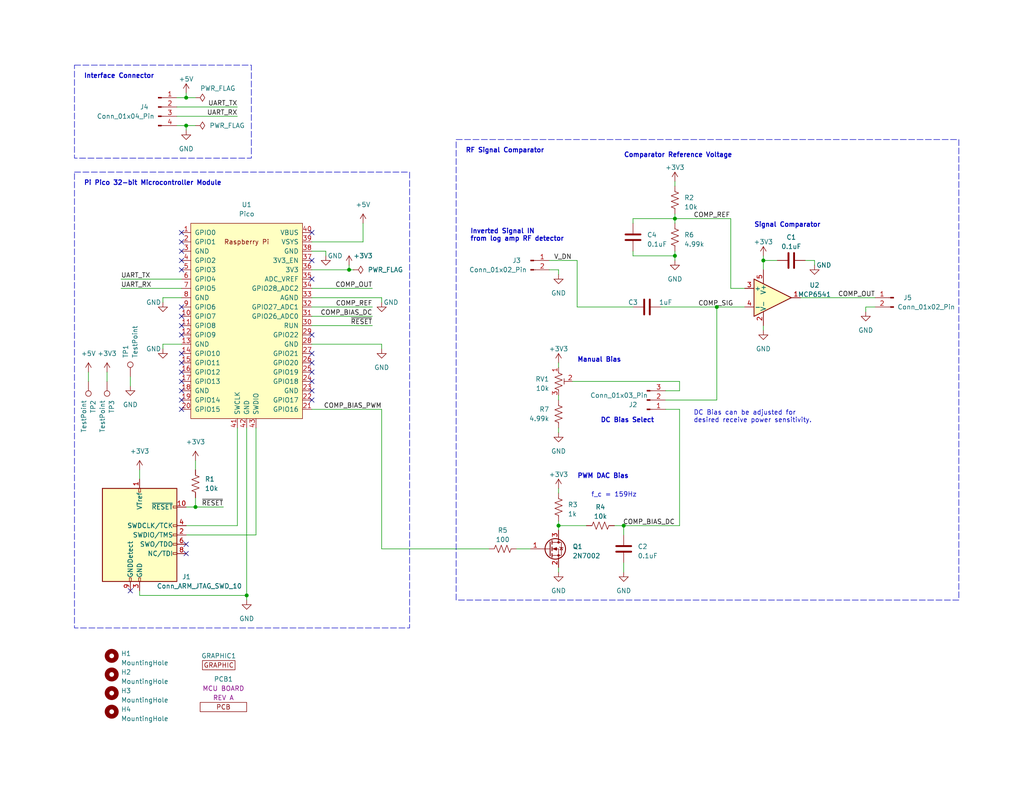
<source format=kicad_sch>
(kicad_sch (version 20230121) (generator eeschema)

  (uuid 074fefbd-86ea-4463-bf12-370383c4c4f3)

  (paper "A")

  (lib_symbols
    (symbol "Connector:Conn_01x02_Pin" (pin_names (offset 1.016) hide) (in_bom yes) (on_board yes)
      (property "Reference" "J" (at 0 2.54 0)
        (effects (font (size 1.27 1.27)))
      )
      (property "Value" "Conn_01x02_Pin" (at 0 -5.08 0)
        (effects (font (size 1.27 1.27)))
      )
      (property "Footprint" "" (at 0 0 0)
        (effects (font (size 1.27 1.27)) hide)
      )
      (property "Datasheet" "~" (at 0 0 0)
        (effects (font (size 1.27 1.27)) hide)
      )
      (property "ki_locked" "" (at 0 0 0)
        (effects (font (size 1.27 1.27)))
      )
      (property "ki_keywords" "connector" (at 0 0 0)
        (effects (font (size 1.27 1.27)) hide)
      )
      (property "ki_description" "Generic connector, single row, 01x02, script generated" (at 0 0 0)
        (effects (font (size 1.27 1.27)) hide)
      )
      (property "ki_fp_filters" "Connector*:*_1x??_*" (at 0 0 0)
        (effects (font (size 1.27 1.27)) hide)
      )
      (symbol "Conn_01x02_Pin_1_1"
        (polyline
          (pts
            (xy 1.27 -2.54)
            (xy 0.8636 -2.54)
          )
          (stroke (width 0.1524) (type default))
          (fill (type none))
        )
        (polyline
          (pts
            (xy 1.27 0)
            (xy 0.8636 0)
          )
          (stroke (width 0.1524) (type default))
          (fill (type none))
        )
        (rectangle (start 0.8636 -2.413) (end 0 -2.667)
          (stroke (width 0.1524) (type default))
          (fill (type outline))
        )
        (rectangle (start 0.8636 0.127) (end 0 -0.127)
          (stroke (width 0.1524) (type default))
          (fill (type outline))
        )
        (pin passive line (at 5.08 0 180) (length 3.81)
          (name "Pin_1" (effects (font (size 1.27 1.27))))
          (number "1" (effects (font (size 1.27 1.27))))
        )
        (pin passive line (at 5.08 -2.54 180) (length 3.81)
          (name "Pin_2" (effects (font (size 1.27 1.27))))
          (number "2" (effects (font (size 1.27 1.27))))
        )
      )
    )
    (symbol "Connector:Conn_01x03_Pin" (pin_names (offset 1.016) hide) (in_bom yes) (on_board yes)
      (property "Reference" "J" (at 0 5.08 0)
        (effects (font (size 1.27 1.27)))
      )
      (property "Value" "Conn_01x03_Pin" (at 0 -5.08 0)
        (effects (font (size 1.27 1.27)))
      )
      (property "Footprint" "" (at 0 0 0)
        (effects (font (size 1.27 1.27)) hide)
      )
      (property "Datasheet" "~" (at 0 0 0)
        (effects (font (size 1.27 1.27)) hide)
      )
      (property "ki_locked" "" (at 0 0 0)
        (effects (font (size 1.27 1.27)))
      )
      (property "ki_keywords" "connector" (at 0 0 0)
        (effects (font (size 1.27 1.27)) hide)
      )
      (property "ki_description" "Generic connector, single row, 01x03, script generated" (at 0 0 0)
        (effects (font (size 1.27 1.27)) hide)
      )
      (property "ki_fp_filters" "Connector*:*_1x??_*" (at 0 0 0)
        (effects (font (size 1.27 1.27)) hide)
      )
      (symbol "Conn_01x03_Pin_1_1"
        (polyline
          (pts
            (xy 1.27 -2.54)
            (xy 0.8636 -2.54)
          )
          (stroke (width 0.1524) (type default))
          (fill (type none))
        )
        (polyline
          (pts
            (xy 1.27 0)
            (xy 0.8636 0)
          )
          (stroke (width 0.1524) (type default))
          (fill (type none))
        )
        (polyline
          (pts
            (xy 1.27 2.54)
            (xy 0.8636 2.54)
          )
          (stroke (width 0.1524) (type default))
          (fill (type none))
        )
        (rectangle (start 0.8636 -2.413) (end 0 -2.667)
          (stroke (width 0.1524) (type default))
          (fill (type outline))
        )
        (rectangle (start 0.8636 0.127) (end 0 -0.127)
          (stroke (width 0.1524) (type default))
          (fill (type outline))
        )
        (rectangle (start 0.8636 2.667) (end 0 2.413)
          (stroke (width 0.1524) (type default))
          (fill (type outline))
        )
        (pin passive line (at 5.08 2.54 180) (length 3.81)
          (name "Pin_1" (effects (font (size 1.27 1.27))))
          (number "1" (effects (font (size 1.27 1.27))))
        )
        (pin passive line (at 5.08 0 180) (length 3.81)
          (name "Pin_2" (effects (font (size 1.27 1.27))))
          (number "2" (effects (font (size 1.27 1.27))))
        )
        (pin passive line (at 5.08 -2.54 180) (length 3.81)
          (name "Pin_3" (effects (font (size 1.27 1.27))))
          (number "3" (effects (font (size 1.27 1.27))))
        )
      )
    )
    (symbol "Connector:Conn_01x04_Pin" (pin_names (offset 1.016) hide) (in_bom yes) (on_board yes)
      (property "Reference" "J" (at 0 5.08 0)
        (effects (font (size 1.27 1.27)))
      )
      (property "Value" "Conn_01x04_Pin" (at 0 -7.62 0)
        (effects (font (size 1.27 1.27)))
      )
      (property "Footprint" "" (at 0 0 0)
        (effects (font (size 1.27 1.27)) hide)
      )
      (property "Datasheet" "~" (at 0 0 0)
        (effects (font (size 1.27 1.27)) hide)
      )
      (property "ki_locked" "" (at 0 0 0)
        (effects (font (size 1.27 1.27)))
      )
      (property "ki_keywords" "connector" (at 0 0 0)
        (effects (font (size 1.27 1.27)) hide)
      )
      (property "ki_description" "Generic connector, single row, 01x04, script generated" (at 0 0 0)
        (effects (font (size 1.27 1.27)) hide)
      )
      (property "ki_fp_filters" "Connector*:*_1x??_*" (at 0 0 0)
        (effects (font (size 1.27 1.27)) hide)
      )
      (symbol "Conn_01x04_Pin_1_1"
        (polyline
          (pts
            (xy 1.27 -5.08)
            (xy 0.8636 -5.08)
          )
          (stroke (width 0.1524) (type default))
          (fill (type none))
        )
        (polyline
          (pts
            (xy 1.27 -2.54)
            (xy 0.8636 -2.54)
          )
          (stroke (width 0.1524) (type default))
          (fill (type none))
        )
        (polyline
          (pts
            (xy 1.27 0)
            (xy 0.8636 0)
          )
          (stroke (width 0.1524) (type default))
          (fill (type none))
        )
        (polyline
          (pts
            (xy 1.27 2.54)
            (xy 0.8636 2.54)
          )
          (stroke (width 0.1524) (type default))
          (fill (type none))
        )
        (rectangle (start 0.8636 -4.953) (end 0 -5.207)
          (stroke (width 0.1524) (type default))
          (fill (type outline))
        )
        (rectangle (start 0.8636 -2.413) (end 0 -2.667)
          (stroke (width 0.1524) (type default))
          (fill (type outline))
        )
        (rectangle (start 0.8636 0.127) (end 0 -0.127)
          (stroke (width 0.1524) (type default))
          (fill (type outline))
        )
        (rectangle (start 0.8636 2.667) (end 0 2.413)
          (stroke (width 0.1524) (type default))
          (fill (type outline))
        )
        (pin passive line (at 5.08 2.54 180) (length 3.81)
          (name "Pin_1" (effects (font (size 1.27 1.27))))
          (number "1" (effects (font (size 1.27 1.27))))
        )
        (pin passive line (at 5.08 0 180) (length 3.81)
          (name "Pin_2" (effects (font (size 1.27 1.27))))
          (number "2" (effects (font (size 1.27 1.27))))
        )
        (pin passive line (at 5.08 -2.54 180) (length 3.81)
          (name "Pin_3" (effects (font (size 1.27 1.27))))
          (number "3" (effects (font (size 1.27 1.27))))
        )
        (pin passive line (at 5.08 -5.08 180) (length 3.81)
          (name "Pin_4" (effects (font (size 1.27 1.27))))
          (number "4" (effects (font (size 1.27 1.27))))
        )
      )
    )
    (symbol "Connector:Conn_ARM_JTAG_SWD_10" (pin_names (offset 1.016)) (in_bom yes) (on_board yes)
      (property "Reference" "J" (at -2.54 16.51 0)
        (effects (font (size 1.27 1.27)) (justify right))
      )
      (property "Value" "Conn_ARM_JTAG_SWD_10" (at -2.54 13.97 0)
        (effects (font (size 1.27 1.27)) (justify right bottom))
      )
      (property "Footprint" "" (at 0 0 0)
        (effects (font (size 1.27 1.27)) hide)
      )
      (property "Datasheet" "http://infocenter.arm.com/help/topic/com.arm.doc.ddi0314h/DDI0314H_coresight_components_trm.pdf" (at -8.89 -31.75 90)
        (effects (font (size 1.27 1.27)) hide)
      )
      (property "ki_keywords" "Cortex Debug Connector ARM SWD JTAG" (at 0 0 0)
        (effects (font (size 1.27 1.27)) hide)
      )
      (property "ki_description" "Cortex Debug Connector, standard ARM Cortex-M SWD and JTAG interface" (at 0 0 0)
        (effects (font (size 1.27 1.27)) hide)
      )
      (property "ki_fp_filters" "PinHeader?2x05?P1.27mm*" (at 0 0 0)
        (effects (font (size 1.27 1.27)) hide)
      )
      (symbol "Conn_ARM_JTAG_SWD_10_0_1"
        (rectangle (start -10.16 12.7) (end 10.16 -12.7)
          (stroke (width 0.254) (type default))
          (fill (type background))
        )
        (rectangle (start -2.794 -12.7) (end -2.286 -11.684)
          (stroke (width 0) (type default))
          (fill (type none))
        )
        (rectangle (start -0.254 -12.7) (end 0.254 -11.684)
          (stroke (width 0) (type default))
          (fill (type none))
        )
        (rectangle (start -0.254 12.7) (end 0.254 11.684)
          (stroke (width 0) (type default))
          (fill (type none))
        )
        (rectangle (start 9.144 2.286) (end 10.16 2.794)
          (stroke (width 0) (type default))
          (fill (type none))
        )
        (rectangle (start 10.16 -2.794) (end 9.144 -2.286)
          (stroke (width 0) (type default))
          (fill (type none))
        )
        (rectangle (start 10.16 -0.254) (end 9.144 0.254)
          (stroke (width 0) (type default))
          (fill (type none))
        )
        (rectangle (start 10.16 7.874) (end 9.144 7.366)
          (stroke (width 0) (type default))
          (fill (type none))
        )
      )
      (symbol "Conn_ARM_JTAG_SWD_10_1_1"
        (rectangle (start 9.144 -5.334) (end 10.16 -4.826)
          (stroke (width 0) (type default))
          (fill (type none))
        )
        (pin power_in line (at 0 15.24 270) (length 2.54)
          (name "VTref" (effects (font (size 1.27 1.27))))
          (number "1" (effects (font (size 1.27 1.27))))
        )
        (pin open_collector line (at 12.7 7.62 180) (length 2.54)
          (name "~{RESET}" (effects (font (size 1.27 1.27))))
          (number "10" (effects (font (size 1.27 1.27))))
        )
        (pin bidirectional line (at 12.7 0 180) (length 2.54)
          (name "SWDIO/TMS" (effects (font (size 1.27 1.27))))
          (number "2" (effects (font (size 1.27 1.27))))
        )
        (pin power_in line (at 0 -15.24 90) (length 2.54)
          (name "GND" (effects (font (size 1.27 1.27))))
          (number "3" (effects (font (size 1.27 1.27))))
        )
        (pin output line (at 12.7 2.54 180) (length 2.54)
          (name "SWDCLK/TCK" (effects (font (size 1.27 1.27))))
          (number "4" (effects (font (size 1.27 1.27))))
        )
        (pin passive line (at 0 -15.24 90) (length 2.54) hide
          (name "GND" (effects (font (size 1.27 1.27))))
          (number "5" (effects (font (size 1.27 1.27))))
        )
        (pin input line (at 12.7 -2.54 180) (length 2.54)
          (name "SWO/TDO" (effects (font (size 1.27 1.27))))
          (number "6" (effects (font (size 1.27 1.27))))
        )
        (pin no_connect line (at -10.16 0 0) (length 2.54) hide
          (name "KEY" (effects (font (size 1.27 1.27))))
          (number "7" (effects (font (size 1.27 1.27))))
        )
        (pin output line (at 12.7 -5.08 180) (length 2.54)
          (name "NC/TDI" (effects (font (size 1.27 1.27))))
          (number "8" (effects (font (size 1.27 1.27))))
        )
        (pin passive line (at -2.54 -15.24 90) (length 2.54)
          (name "GNDDetect" (effects (font (size 1.27 1.27))))
          (number "9" (effects (font (size 1.27 1.27))))
        )
      )
    )
    (symbol "Connector:TestPoint" (pin_numbers hide) (pin_names (offset 0.762) hide) (in_bom yes) (on_board yes)
      (property "Reference" "TP" (at 0 6.858 0)
        (effects (font (size 1.27 1.27)))
      )
      (property "Value" "TestPoint" (at 0 5.08 0)
        (effects (font (size 1.27 1.27)))
      )
      (property "Footprint" "" (at 5.08 0 0)
        (effects (font (size 1.27 1.27)) hide)
      )
      (property "Datasheet" "~" (at 5.08 0 0)
        (effects (font (size 1.27 1.27)) hide)
      )
      (property "ki_keywords" "test point tp" (at 0 0 0)
        (effects (font (size 1.27 1.27)) hide)
      )
      (property "ki_description" "test point" (at 0 0 0)
        (effects (font (size 1.27 1.27)) hide)
      )
      (property "ki_fp_filters" "Pin* Test*" (at 0 0 0)
        (effects (font (size 1.27 1.27)) hide)
      )
      (symbol "TestPoint_0_1"
        (circle (center 0 3.302) (radius 0.762)
          (stroke (width 0) (type default))
          (fill (type none))
        )
      )
      (symbol "TestPoint_1_1"
        (pin passive line (at 0 0 90) (length 2.54)
          (name "1" (effects (font (size 1.27 1.27))))
          (number "1" (effects (font (size 1.27 1.27))))
        )
      )
    )
    (symbol "Custom_Comparator:MCP6541" (pin_names (offset 0.127)) (in_bom yes) (on_board yes)
      (property "Reference" "U" (at 2.54 6.35 0)
        (effects (font (size 1.27 1.27)) (justify left))
      )
      (property "Value" "MCP6541" (at 2.54 3.81 0)
        (effects (font (size 1.27 1.27)) (justify left))
      )
      (property "Footprint" "Package_TO_SOT_SMD:SOT-23-5" (at 2.54 0 0)
        (effects (font (size 1.27 1.27)) hide)
      )
      (property "Datasheet" "https://ww1.microchip.com/downloads/en/DeviceDoc/MCP6541%20Output%20SubMicroamp%20Comparators%2020001696K.pdf" (at 6.35 3.81 0)
        (effects (font (size 1.27 1.27)) hide)
      )
      (property "ki_keywords" "dual op-amp low power" (at 0 0 0)
        (effects (font (size 1.27 1.27)) hide)
      )
      (property "ki_description" "Dual operational amplifier, 300 uV Offset, SOIC-8" (at 0 0 0)
        (effects (font (size 1.27 1.27)) hide)
      )
      (property "ki_fp_filters" "SOIC*3.9x4.9mm*P1.27mm*" (at 0 0 0)
        (effects (font (size 1.27 1.27)) hide)
      )
      (symbol "MCP6541_1_1"
        (polyline
          (pts
            (xy 5.08 0)
            (xy -5.08 5.08)
            (xy -5.08 -5.08)
            (xy 5.08 0)
          )
          (stroke (width 0.254) (type default))
          (fill (type background))
        )
        (pin output line (at 7.62 0 180) (length 2.54)
          (name "~" (effects (font (size 1.27 1.27))))
          (number "1" (effects (font (size 1.27 1.27))))
        )
        (pin power_in line (at -2.54 -7.62 90) (length 3.81)
          (name "V-" (effects (font (size 1.27 1.27))))
          (number "2" (effects (font (size 1.27 1.27))))
        )
        (pin input line (at -7.62 2.54 0) (length 2.54)
          (name "+" (effects (font (size 1.27 1.27))))
          (number "3" (effects (font (size 1.27 1.27))))
        )
        (pin input line (at -7.62 -2.54 0) (length 2.54)
          (name "-" (effects (font (size 1.27 1.27))))
          (number "4" (effects (font (size 1.27 1.27))))
        )
        (pin power_in line (at -2.54 7.62 270) (length 3.81)
          (name "V+" (effects (font (size 1.27 1.27))))
          (number "5" (effects (font (size 1.27 1.27))))
        )
      )
    )
    (symbol "Custom_MCU:Pico" (pin_names (offset 1.016)) (in_bom yes) (on_board yes)
      (property "Reference" "U" (at -13.97 27.94 0)
        (effects (font (size 1.27 1.27)))
      )
      (property "Value" "Pico" (at 0 19.05 0)
        (effects (font (size 1.27 1.27)))
      )
      (property "Footprint" "RPi_Pico:RPi_Pico_SMD_TH" (at 0 0 90)
        (effects (font (size 1.27 1.27)) hide)
      )
      (property "Datasheet" "" (at 0 0 0)
        (effects (font (size 1.27 1.27)) hide)
      )
      (symbol "Pico_0_0"
        (text "Raspberry Pi" (at 0 21.59 0)
          (effects (font (size 1.27 1.27)))
        )
      )
      (symbol "Pico_0_1"
        (rectangle (start -15.24 26.67) (end 15.24 -26.67)
          (stroke (width 0) (type default))
          (fill (type background))
        )
      )
      (symbol "Pico_1_1"
        (pin bidirectional line (at -17.78 24.13 0) (length 2.54)
          (name "GPIO0" (effects (font (size 1.27 1.27))))
          (number "1" (effects (font (size 1.27 1.27))))
        )
        (pin bidirectional line (at -17.78 1.27 0) (length 2.54)
          (name "GPIO7" (effects (font (size 1.27 1.27))))
          (number "10" (effects (font (size 1.27 1.27))))
        )
        (pin bidirectional line (at -17.78 -1.27 0) (length 2.54)
          (name "GPIO8" (effects (font (size 1.27 1.27))))
          (number "11" (effects (font (size 1.27 1.27))))
        )
        (pin bidirectional line (at -17.78 -3.81 0) (length 2.54)
          (name "GPIO9" (effects (font (size 1.27 1.27))))
          (number "12" (effects (font (size 1.27 1.27))))
        )
        (pin power_in line (at -17.78 -6.35 0) (length 2.54)
          (name "GND" (effects (font (size 1.27 1.27))))
          (number "13" (effects (font (size 1.27 1.27))))
        )
        (pin bidirectional line (at -17.78 -8.89 0) (length 2.54)
          (name "GPIO10" (effects (font (size 1.27 1.27))))
          (number "14" (effects (font (size 1.27 1.27))))
        )
        (pin bidirectional line (at -17.78 -11.43 0) (length 2.54)
          (name "GPIO11" (effects (font (size 1.27 1.27))))
          (number "15" (effects (font (size 1.27 1.27))))
        )
        (pin bidirectional line (at -17.78 -13.97 0) (length 2.54)
          (name "GPIO12" (effects (font (size 1.27 1.27))))
          (number "16" (effects (font (size 1.27 1.27))))
        )
        (pin bidirectional line (at -17.78 -16.51 0) (length 2.54)
          (name "GPIO13" (effects (font (size 1.27 1.27))))
          (number "17" (effects (font (size 1.27 1.27))))
        )
        (pin power_in line (at -17.78 -19.05 0) (length 2.54)
          (name "GND" (effects (font (size 1.27 1.27))))
          (number "18" (effects (font (size 1.27 1.27))))
        )
        (pin bidirectional line (at -17.78 -21.59 0) (length 2.54)
          (name "GPIO14" (effects (font (size 1.27 1.27))))
          (number "19" (effects (font (size 1.27 1.27))))
        )
        (pin bidirectional line (at -17.78 21.59 0) (length 2.54)
          (name "GPIO1" (effects (font (size 1.27 1.27))))
          (number "2" (effects (font (size 1.27 1.27))))
        )
        (pin bidirectional line (at -17.78 -24.13 0) (length 2.54)
          (name "GPIO15" (effects (font (size 1.27 1.27))))
          (number "20" (effects (font (size 1.27 1.27))))
        )
        (pin bidirectional line (at 17.78 -24.13 180) (length 2.54)
          (name "GPIO16" (effects (font (size 1.27 1.27))))
          (number "21" (effects (font (size 1.27 1.27))))
        )
        (pin bidirectional line (at 17.78 -21.59 180) (length 2.54)
          (name "GPIO17" (effects (font (size 1.27 1.27))))
          (number "22" (effects (font (size 1.27 1.27))))
        )
        (pin power_in line (at 17.78 -19.05 180) (length 2.54)
          (name "GND" (effects (font (size 1.27 1.27))))
          (number "23" (effects (font (size 1.27 1.27))))
        )
        (pin bidirectional line (at 17.78 -16.51 180) (length 2.54)
          (name "GPIO18" (effects (font (size 1.27 1.27))))
          (number "24" (effects (font (size 1.27 1.27))))
        )
        (pin bidirectional line (at 17.78 -13.97 180) (length 2.54)
          (name "GPIO19" (effects (font (size 1.27 1.27))))
          (number "25" (effects (font (size 1.27 1.27))))
        )
        (pin bidirectional line (at 17.78 -11.43 180) (length 2.54)
          (name "GPIO20" (effects (font (size 1.27 1.27))))
          (number "26" (effects (font (size 1.27 1.27))))
        )
        (pin bidirectional line (at 17.78 -8.89 180) (length 2.54)
          (name "GPIO21" (effects (font (size 1.27 1.27))))
          (number "27" (effects (font (size 1.27 1.27))))
        )
        (pin power_in line (at 17.78 -6.35 180) (length 2.54)
          (name "GND" (effects (font (size 1.27 1.27))))
          (number "28" (effects (font (size 1.27 1.27))))
        )
        (pin bidirectional line (at 17.78 -3.81 180) (length 2.54)
          (name "GPIO22" (effects (font (size 1.27 1.27))))
          (number "29" (effects (font (size 1.27 1.27))))
        )
        (pin power_in line (at -17.78 19.05 0) (length 2.54)
          (name "GND" (effects (font (size 1.27 1.27))))
          (number "3" (effects (font (size 1.27 1.27))))
        )
        (pin input line (at 17.78 -1.27 180) (length 2.54)
          (name "RUN" (effects (font (size 1.27 1.27))))
          (number "30" (effects (font (size 1.27 1.27))))
        )
        (pin bidirectional line (at 17.78 1.27 180) (length 2.54)
          (name "GPIO26_ADC0" (effects (font (size 1.27 1.27))))
          (number "31" (effects (font (size 1.27 1.27))))
        )
        (pin bidirectional line (at 17.78 3.81 180) (length 2.54)
          (name "GPIO27_ADC1" (effects (font (size 1.27 1.27))))
          (number "32" (effects (font (size 1.27 1.27))))
        )
        (pin power_in line (at 17.78 6.35 180) (length 2.54)
          (name "AGND" (effects (font (size 1.27 1.27))))
          (number "33" (effects (font (size 1.27 1.27))))
        )
        (pin bidirectional line (at 17.78 8.89 180) (length 2.54)
          (name "GPIO28_ADC2" (effects (font (size 1.27 1.27))))
          (number "34" (effects (font (size 1.27 1.27))))
        )
        (pin unspecified line (at 17.78 11.43 180) (length 2.54)
          (name "ADC_VREF" (effects (font (size 1.27 1.27))))
          (number "35" (effects (font (size 1.27 1.27))))
        )
        (pin unspecified line (at 17.78 13.97 180) (length 2.54)
          (name "3V3" (effects (font (size 1.27 1.27))))
          (number "36" (effects (font (size 1.27 1.27))))
        )
        (pin input line (at 17.78 16.51 180) (length 2.54)
          (name "3V3_EN" (effects (font (size 1.27 1.27))))
          (number "37" (effects (font (size 1.27 1.27))))
        )
        (pin power_in line (at 17.78 19.05 180) (length 2.54)
          (name "GND" (effects (font (size 1.27 1.27))))
          (number "38" (effects (font (size 1.27 1.27))))
        )
        (pin unspecified line (at 17.78 21.59 180) (length 2.54)
          (name "VSYS" (effects (font (size 1.27 1.27))))
          (number "39" (effects (font (size 1.27 1.27))))
        )
        (pin bidirectional line (at -17.78 16.51 0) (length 2.54)
          (name "GPIO2" (effects (font (size 1.27 1.27))))
          (number "4" (effects (font (size 1.27 1.27))))
        )
        (pin unspecified line (at 17.78 24.13 180) (length 2.54)
          (name "VBUS" (effects (font (size 1.27 1.27))))
          (number "40" (effects (font (size 1.27 1.27))))
        )
        (pin input line (at -2.54 -29.21 90) (length 2.54)
          (name "SWCLK" (effects (font (size 1.27 1.27))))
          (number "41" (effects (font (size 1.27 1.27))))
        )
        (pin power_in line (at 0 -29.21 90) (length 2.54)
          (name "GND" (effects (font (size 1.27 1.27))))
          (number "42" (effects (font (size 1.27 1.27))))
        )
        (pin bidirectional line (at 2.54 -29.21 90) (length 2.54)
          (name "SWDIO" (effects (font (size 1.27 1.27))))
          (number "43" (effects (font (size 1.27 1.27))))
        )
        (pin bidirectional line (at -17.78 13.97 0) (length 2.54)
          (name "GPIO3" (effects (font (size 1.27 1.27))))
          (number "5" (effects (font (size 1.27 1.27))))
        )
        (pin bidirectional line (at -17.78 11.43 0) (length 2.54)
          (name "GPIO4" (effects (font (size 1.27 1.27))))
          (number "6" (effects (font (size 1.27 1.27))))
        )
        (pin bidirectional line (at -17.78 8.89 0) (length 2.54)
          (name "GPIO5" (effects (font (size 1.27 1.27))))
          (number "7" (effects (font (size 1.27 1.27))))
        )
        (pin power_in line (at -17.78 6.35 0) (length 2.54)
          (name "GND" (effects (font (size 1.27 1.27))))
          (number "8" (effects (font (size 1.27 1.27))))
        )
        (pin bidirectional line (at -17.78 3.81 0) (length 2.54)
          (name "GPIO6" (effects (font (size 1.27 1.27))))
          (number "9" (effects (font (size 1.27 1.27))))
        )
      )
    )
    (symbol "Custom_Placeholder:Graphic" (pin_numbers hide) (pin_names (offset 0) hide) (in_bom no) (on_board yes)
      (property "Reference" "GRAPHIC" (at 0 2.54 0)
        (effects (font (size 1.27 1.27)))
      )
      (property "Value" "Graphic" (at 0 -2.54 0)
        (effects (font (size 1.27 1.27)) hide)
      )
      (property "Footprint" "" (at -0.635 -3.81 0)
        (effects (font (size 1.27 1.27)) hide)
      )
      (property "Datasheet" "" (at -0.635 -3.81 0)
        (effects (font (size 1.27 1.27)) hide)
      )
      (property "ki_description" "Placeholder for silkscreen graphic to be included on PCB." (at 0 0 0)
        (effects (font (size 1.27 1.27)) hide)
      )
      (symbol "Graphic_0_0"
        (rectangle (start -4.445 1.27) (end 4.445 -1.27)
          (stroke (width 0) (type default))
          (fill (type none))
        )
        (text "GRAPHIC" (at 0 0 0)
          (effects (font (size 1.27 1.27)))
        )
      )
    )
    (symbol "Custom_Placeholder:PCB" (pin_numbers hide) (pin_names (offset 0) hide) (in_bom yes) (on_board yes)
      (property "Reference" "PCB" (at 0 4.445 0)
        (effects (font (size 1.27 1.27)))
      )
      (property "Value" "PCB" (at 0 2.54 0)
        (effects (font (size 1.27 1.27)) hide)
      )
      (property "Footprint" "Custom_Graphic:PCB_PN_REV" (at -0.635 -3.81 0)
        (effects (font (size 1.27 1.27)) hide)
      )
      (property "Datasheet" "" (at -0.635 -3.81 0)
        (effects (font (size 1.27 1.27)) hide)
      )
      (property "MPN" "PN XXXXXXX" (at 0 -2.54 0)
        (effects (font (size 1.27 1.27)))
      )
      (property "REV" "REV _" (at -3.175 -4.445 0)
        (effects (font (size 1.27 1.27)))
      )
      (property "ki_description" "Placeholder for PN and REV in copper to be included on PCB." (at 0 0 0)
        (effects (font (size 1.27 1.27)) hide)
      )
      (symbol "PCB_0_0"
        (rectangle (start -6.35 1.27) (end 6.35 -1.27)
          (stroke (width 0) (type default))
          (fill (type none))
        )
        (text "PCB" (at 0 0 0)
          (effects (font (size 1.27 1.27)))
        )
      )
    )
    (symbol "Device:C" (pin_numbers hide) (pin_names (offset 0.254)) (in_bom yes) (on_board yes)
      (property "Reference" "C" (at 0.635 2.54 0)
        (effects (font (size 1.27 1.27)) (justify left))
      )
      (property "Value" "C" (at 0.635 -2.54 0)
        (effects (font (size 1.27 1.27)) (justify left))
      )
      (property "Footprint" "" (at 0.9652 -3.81 0)
        (effects (font (size 1.27 1.27)) hide)
      )
      (property "Datasheet" "~" (at 0 0 0)
        (effects (font (size 1.27 1.27)) hide)
      )
      (property "ki_keywords" "cap capacitor" (at 0 0 0)
        (effects (font (size 1.27 1.27)) hide)
      )
      (property "ki_description" "Unpolarized capacitor" (at 0 0 0)
        (effects (font (size 1.27 1.27)) hide)
      )
      (property "ki_fp_filters" "C_*" (at 0 0 0)
        (effects (font (size 1.27 1.27)) hide)
      )
      (symbol "C_0_1"
        (polyline
          (pts
            (xy -2.032 -0.762)
            (xy 2.032 -0.762)
          )
          (stroke (width 0.508) (type default))
          (fill (type none))
        )
        (polyline
          (pts
            (xy -2.032 0.762)
            (xy 2.032 0.762)
          )
          (stroke (width 0.508) (type default))
          (fill (type none))
        )
      )
      (symbol "C_1_1"
        (pin passive line (at 0 3.81 270) (length 2.794)
          (name "~" (effects (font (size 1.27 1.27))))
          (number "1" (effects (font (size 1.27 1.27))))
        )
        (pin passive line (at 0 -3.81 90) (length 2.794)
          (name "~" (effects (font (size 1.27 1.27))))
          (number "2" (effects (font (size 1.27 1.27))))
        )
      )
    )
    (symbol "Device:R_Potentiometer_Trim_US" (pin_names (offset 1.016) hide) (in_bom yes) (on_board yes)
      (property "Reference" "RV" (at -4.445 0 90)
        (effects (font (size 1.27 1.27)))
      )
      (property "Value" "R_Potentiometer_Trim_US" (at -2.54 0 90)
        (effects (font (size 1.27 1.27)))
      )
      (property "Footprint" "" (at 0 0 0)
        (effects (font (size 1.27 1.27)) hide)
      )
      (property "Datasheet" "~" (at 0 0 0)
        (effects (font (size 1.27 1.27)) hide)
      )
      (property "ki_keywords" "resistor variable trimpot trimmer" (at 0 0 0)
        (effects (font (size 1.27 1.27)) hide)
      )
      (property "ki_description" "Trim-potentiometer, US symbol" (at 0 0 0)
        (effects (font (size 1.27 1.27)) hide)
      )
      (property "ki_fp_filters" "Potentiometer*" (at 0 0 0)
        (effects (font (size 1.27 1.27)) hide)
      )
      (symbol "R_Potentiometer_Trim_US_0_1"
        (polyline
          (pts
            (xy 0 -2.286)
            (xy 0 -2.54)
          )
          (stroke (width 0) (type default))
          (fill (type none))
        )
        (polyline
          (pts
            (xy 0 2.286)
            (xy 0 2.54)
          )
          (stroke (width 0) (type default))
          (fill (type none))
        )
        (polyline
          (pts
            (xy 1.524 0.762)
            (xy 1.524 -0.762)
          )
          (stroke (width 0) (type default))
          (fill (type none))
        )
        (polyline
          (pts
            (xy 2.54 0)
            (xy 1.524 0)
          )
          (stroke (width 0) (type default))
          (fill (type none))
        )
        (polyline
          (pts
            (xy 0 -0.762)
            (xy 1.016 -1.143)
            (xy 0 -1.524)
            (xy -1.016 -1.905)
            (xy 0 -2.286)
          )
          (stroke (width 0) (type default))
          (fill (type none))
        )
        (polyline
          (pts
            (xy 0 0.762)
            (xy 1.016 0.381)
            (xy 0 0)
            (xy -1.016 -0.381)
            (xy 0 -0.762)
          )
          (stroke (width 0) (type default))
          (fill (type none))
        )
        (polyline
          (pts
            (xy 0 2.286)
            (xy 1.016 1.905)
            (xy 0 1.524)
            (xy -1.016 1.143)
            (xy 0 0.762)
          )
          (stroke (width 0) (type default))
          (fill (type none))
        )
      )
      (symbol "R_Potentiometer_Trim_US_1_1"
        (pin passive line (at 0 3.81 270) (length 1.27)
          (name "1" (effects (font (size 1.27 1.27))))
          (number "1" (effects (font (size 1.27 1.27))))
        )
        (pin passive line (at 3.81 0 180) (length 1.27)
          (name "2" (effects (font (size 1.27 1.27))))
          (number "2" (effects (font (size 1.27 1.27))))
        )
        (pin passive line (at 0 -3.81 90) (length 1.27)
          (name "3" (effects (font (size 1.27 1.27))))
          (number "3" (effects (font (size 1.27 1.27))))
        )
      )
    )
    (symbol "Device:R_US" (pin_numbers hide) (pin_names (offset 0)) (in_bom yes) (on_board yes)
      (property "Reference" "R" (at 2.54 0 90)
        (effects (font (size 1.27 1.27)))
      )
      (property "Value" "R_US" (at -2.54 0 90)
        (effects (font (size 1.27 1.27)))
      )
      (property "Footprint" "" (at 1.016 -0.254 90)
        (effects (font (size 1.27 1.27)) hide)
      )
      (property "Datasheet" "~" (at 0 0 0)
        (effects (font (size 1.27 1.27)) hide)
      )
      (property "ki_keywords" "R res resistor" (at 0 0 0)
        (effects (font (size 1.27 1.27)) hide)
      )
      (property "ki_description" "Resistor, US symbol" (at 0 0 0)
        (effects (font (size 1.27 1.27)) hide)
      )
      (property "ki_fp_filters" "R_*" (at 0 0 0)
        (effects (font (size 1.27 1.27)) hide)
      )
      (symbol "R_US_0_1"
        (polyline
          (pts
            (xy 0 -2.286)
            (xy 0 -2.54)
          )
          (stroke (width 0) (type default))
          (fill (type none))
        )
        (polyline
          (pts
            (xy 0 2.286)
            (xy 0 2.54)
          )
          (stroke (width 0) (type default))
          (fill (type none))
        )
        (polyline
          (pts
            (xy 0 -0.762)
            (xy 1.016 -1.143)
            (xy 0 -1.524)
            (xy -1.016 -1.905)
            (xy 0 -2.286)
          )
          (stroke (width 0) (type default))
          (fill (type none))
        )
        (polyline
          (pts
            (xy 0 0.762)
            (xy 1.016 0.381)
            (xy 0 0)
            (xy -1.016 -0.381)
            (xy 0 -0.762)
          )
          (stroke (width 0) (type default))
          (fill (type none))
        )
        (polyline
          (pts
            (xy 0 2.286)
            (xy 1.016 1.905)
            (xy 0 1.524)
            (xy -1.016 1.143)
            (xy 0 0.762)
          )
          (stroke (width 0) (type default))
          (fill (type none))
        )
      )
      (symbol "R_US_1_1"
        (pin passive line (at 0 3.81 270) (length 1.27)
          (name "~" (effects (font (size 1.27 1.27))))
          (number "1" (effects (font (size 1.27 1.27))))
        )
        (pin passive line (at 0 -3.81 90) (length 1.27)
          (name "~" (effects (font (size 1.27 1.27))))
          (number "2" (effects (font (size 1.27 1.27))))
        )
      )
    )
    (symbol "Mechanical:MountingHole" (pin_names (offset 1.016)) (in_bom yes) (on_board yes)
      (property "Reference" "H" (at 0 5.08 0)
        (effects (font (size 1.27 1.27)))
      )
      (property "Value" "MountingHole" (at 0 3.175 0)
        (effects (font (size 1.27 1.27)))
      )
      (property "Footprint" "" (at 0 0 0)
        (effects (font (size 1.27 1.27)) hide)
      )
      (property "Datasheet" "~" (at 0 0 0)
        (effects (font (size 1.27 1.27)) hide)
      )
      (property "ki_keywords" "mounting hole" (at 0 0 0)
        (effects (font (size 1.27 1.27)) hide)
      )
      (property "ki_description" "Mounting Hole without connection" (at 0 0 0)
        (effects (font (size 1.27 1.27)) hide)
      )
      (property "ki_fp_filters" "MountingHole*" (at 0 0 0)
        (effects (font (size 1.27 1.27)) hide)
      )
      (symbol "MountingHole_0_1"
        (circle (center 0 0) (radius 1.27)
          (stroke (width 1.27) (type default))
          (fill (type none))
        )
      )
    )
    (symbol "Transistor_FET:2N7002" (pin_names hide) (in_bom yes) (on_board yes)
      (property "Reference" "Q" (at 5.08 1.905 0)
        (effects (font (size 1.27 1.27)) (justify left))
      )
      (property "Value" "2N7002" (at 5.08 0 0)
        (effects (font (size 1.27 1.27)) (justify left))
      )
      (property "Footprint" "Package_TO_SOT_SMD:SOT-23" (at 5.08 -1.905 0)
        (effects (font (size 1.27 1.27) italic) (justify left) hide)
      )
      (property "Datasheet" "https://www.onsemi.com/pub/Collateral/NDS7002A-D.PDF" (at 0 0 0)
        (effects (font (size 1.27 1.27)) (justify left) hide)
      )
      (property "ki_keywords" "N-Channel Switching MOSFET" (at 0 0 0)
        (effects (font (size 1.27 1.27)) hide)
      )
      (property "ki_description" "0.115A Id, 60V Vds, N-Channel MOSFET, SOT-23" (at 0 0 0)
        (effects (font (size 1.27 1.27)) hide)
      )
      (property "ki_fp_filters" "SOT?23*" (at 0 0 0)
        (effects (font (size 1.27 1.27)) hide)
      )
      (symbol "2N7002_0_1"
        (polyline
          (pts
            (xy 0.254 0)
            (xy -2.54 0)
          )
          (stroke (width 0) (type default))
          (fill (type none))
        )
        (polyline
          (pts
            (xy 0.254 1.905)
            (xy 0.254 -1.905)
          )
          (stroke (width 0.254) (type default))
          (fill (type none))
        )
        (polyline
          (pts
            (xy 0.762 -1.27)
            (xy 0.762 -2.286)
          )
          (stroke (width 0.254) (type default))
          (fill (type none))
        )
        (polyline
          (pts
            (xy 0.762 0.508)
            (xy 0.762 -0.508)
          )
          (stroke (width 0.254) (type default))
          (fill (type none))
        )
        (polyline
          (pts
            (xy 0.762 2.286)
            (xy 0.762 1.27)
          )
          (stroke (width 0.254) (type default))
          (fill (type none))
        )
        (polyline
          (pts
            (xy 2.54 2.54)
            (xy 2.54 1.778)
          )
          (stroke (width 0) (type default))
          (fill (type none))
        )
        (polyline
          (pts
            (xy 2.54 -2.54)
            (xy 2.54 0)
            (xy 0.762 0)
          )
          (stroke (width 0) (type default))
          (fill (type none))
        )
        (polyline
          (pts
            (xy 0.762 -1.778)
            (xy 3.302 -1.778)
            (xy 3.302 1.778)
            (xy 0.762 1.778)
          )
          (stroke (width 0) (type default))
          (fill (type none))
        )
        (polyline
          (pts
            (xy 1.016 0)
            (xy 2.032 0.381)
            (xy 2.032 -0.381)
            (xy 1.016 0)
          )
          (stroke (width 0) (type default))
          (fill (type outline))
        )
        (polyline
          (pts
            (xy 2.794 0.508)
            (xy 2.921 0.381)
            (xy 3.683 0.381)
            (xy 3.81 0.254)
          )
          (stroke (width 0) (type default))
          (fill (type none))
        )
        (polyline
          (pts
            (xy 3.302 0.381)
            (xy 2.921 -0.254)
            (xy 3.683 -0.254)
            (xy 3.302 0.381)
          )
          (stroke (width 0) (type default))
          (fill (type none))
        )
        (circle (center 1.651 0) (radius 2.794)
          (stroke (width 0.254) (type default))
          (fill (type none))
        )
        (circle (center 2.54 -1.778) (radius 0.254)
          (stroke (width 0) (type default))
          (fill (type outline))
        )
        (circle (center 2.54 1.778) (radius 0.254)
          (stroke (width 0) (type default))
          (fill (type outline))
        )
      )
      (symbol "2N7002_1_1"
        (pin input line (at -5.08 0 0) (length 2.54)
          (name "G" (effects (font (size 1.27 1.27))))
          (number "1" (effects (font (size 1.27 1.27))))
        )
        (pin passive line (at 2.54 -5.08 90) (length 2.54)
          (name "S" (effects (font (size 1.27 1.27))))
          (number "2" (effects (font (size 1.27 1.27))))
        )
        (pin passive line (at 2.54 5.08 270) (length 2.54)
          (name "D" (effects (font (size 1.27 1.27))))
          (number "3" (effects (font (size 1.27 1.27))))
        )
      )
    )
    (symbol "power:+3V3" (power) (pin_names (offset 0)) (in_bom yes) (on_board yes)
      (property "Reference" "#PWR" (at 0 -3.81 0)
        (effects (font (size 1.27 1.27)) hide)
      )
      (property "Value" "+3V3" (at 0 3.556 0)
        (effects (font (size 1.27 1.27)))
      )
      (property "Footprint" "" (at 0 0 0)
        (effects (font (size 1.27 1.27)) hide)
      )
      (property "Datasheet" "" (at 0 0 0)
        (effects (font (size 1.27 1.27)) hide)
      )
      (property "ki_keywords" "global power" (at 0 0 0)
        (effects (font (size 1.27 1.27)) hide)
      )
      (property "ki_description" "Power symbol creates a global label with name \"+3V3\"" (at 0 0 0)
        (effects (font (size 1.27 1.27)) hide)
      )
      (symbol "+3V3_0_1"
        (polyline
          (pts
            (xy -0.762 1.27)
            (xy 0 2.54)
          )
          (stroke (width 0) (type default))
          (fill (type none))
        )
        (polyline
          (pts
            (xy 0 0)
            (xy 0 2.54)
          )
          (stroke (width 0) (type default))
          (fill (type none))
        )
        (polyline
          (pts
            (xy 0 2.54)
            (xy 0.762 1.27)
          )
          (stroke (width 0) (type default))
          (fill (type none))
        )
      )
      (symbol "+3V3_1_1"
        (pin power_in line (at 0 0 90) (length 0) hide
          (name "+3V3" (effects (font (size 1.27 1.27))))
          (number "1" (effects (font (size 1.27 1.27))))
        )
      )
    )
    (symbol "power:+5V" (power) (pin_names (offset 0)) (in_bom yes) (on_board yes)
      (property "Reference" "#PWR" (at 0 -3.81 0)
        (effects (font (size 1.27 1.27)) hide)
      )
      (property "Value" "+5V" (at 0 3.556 0)
        (effects (font (size 1.27 1.27)))
      )
      (property "Footprint" "" (at 0 0 0)
        (effects (font (size 1.27 1.27)) hide)
      )
      (property "Datasheet" "" (at 0 0 0)
        (effects (font (size 1.27 1.27)) hide)
      )
      (property "ki_keywords" "global power" (at 0 0 0)
        (effects (font (size 1.27 1.27)) hide)
      )
      (property "ki_description" "Power symbol creates a global label with name \"+5V\"" (at 0 0 0)
        (effects (font (size 1.27 1.27)) hide)
      )
      (symbol "+5V_0_1"
        (polyline
          (pts
            (xy -0.762 1.27)
            (xy 0 2.54)
          )
          (stroke (width 0) (type default))
          (fill (type none))
        )
        (polyline
          (pts
            (xy 0 0)
            (xy 0 2.54)
          )
          (stroke (width 0) (type default))
          (fill (type none))
        )
        (polyline
          (pts
            (xy 0 2.54)
            (xy 0.762 1.27)
          )
          (stroke (width 0) (type default))
          (fill (type none))
        )
      )
      (symbol "+5V_1_1"
        (pin power_in line (at 0 0 90) (length 0) hide
          (name "+5V" (effects (font (size 1.27 1.27))))
          (number "1" (effects (font (size 1.27 1.27))))
        )
      )
    )
    (symbol "power:GND" (power) (pin_names (offset 0)) (in_bom yes) (on_board yes)
      (property "Reference" "#PWR" (at 0 -6.35 0)
        (effects (font (size 1.27 1.27)) hide)
      )
      (property "Value" "GND" (at 0 -3.81 0)
        (effects (font (size 1.27 1.27)))
      )
      (property "Footprint" "" (at 0 0 0)
        (effects (font (size 1.27 1.27)) hide)
      )
      (property "Datasheet" "" (at 0 0 0)
        (effects (font (size 1.27 1.27)) hide)
      )
      (property "ki_keywords" "global power" (at 0 0 0)
        (effects (font (size 1.27 1.27)) hide)
      )
      (property "ki_description" "Power symbol creates a global label with name \"GND\" , ground" (at 0 0 0)
        (effects (font (size 1.27 1.27)) hide)
      )
      (symbol "GND_0_1"
        (polyline
          (pts
            (xy 0 0)
            (xy 0 -1.27)
            (xy 1.27 -1.27)
            (xy 0 -2.54)
            (xy -1.27 -1.27)
            (xy 0 -1.27)
          )
          (stroke (width 0) (type default))
          (fill (type none))
        )
      )
      (symbol "GND_1_1"
        (pin power_in line (at 0 0 270) (length 0) hide
          (name "GND" (effects (font (size 1.27 1.27))))
          (number "1" (effects (font (size 1.27 1.27))))
        )
      )
    )
    (symbol "power:PWR_FLAG" (power) (pin_numbers hide) (pin_names (offset 0) hide) (in_bom yes) (on_board yes)
      (property "Reference" "#FLG" (at 0 1.905 0)
        (effects (font (size 1.27 1.27)) hide)
      )
      (property "Value" "PWR_FLAG" (at 0 3.81 0)
        (effects (font (size 1.27 1.27)))
      )
      (property "Footprint" "" (at 0 0 0)
        (effects (font (size 1.27 1.27)) hide)
      )
      (property "Datasheet" "~" (at 0 0 0)
        (effects (font (size 1.27 1.27)) hide)
      )
      (property "ki_keywords" "flag power" (at 0 0 0)
        (effects (font (size 1.27 1.27)) hide)
      )
      (property "ki_description" "Special symbol for telling ERC where power comes from" (at 0 0 0)
        (effects (font (size 1.27 1.27)) hide)
      )
      (symbol "PWR_FLAG_0_0"
        (pin power_out line (at 0 0 90) (length 0)
          (name "pwr" (effects (font (size 1.27 1.27))))
          (number "1" (effects (font (size 1.27 1.27))))
        )
      )
      (symbol "PWR_FLAG_0_1"
        (polyline
          (pts
            (xy 0 0)
            (xy 0 1.27)
            (xy -1.016 1.905)
            (xy 0 2.54)
            (xy 1.016 1.905)
            (xy 0 1.27)
          )
          (stroke (width 0) (type default))
          (fill (type none))
        )
      )
    )
  )


  (junction (at 50.8 26.67) (diameter 0) (color 0 0 0 0)
    (uuid 0751411d-21f8-43fd-845a-7e4a30cfa513)
  )
  (junction (at 195.58 83.82) (diameter 0) (color 0 0 0 0)
    (uuid 0bb09c2a-2494-4ae6-a332-124f9499293a)
  )
  (junction (at 152.4 143.51) (diameter 0) (color 0 0 0 0)
    (uuid 0bf2854f-3454-4b72-9910-c9c3c6cf0823)
  )
  (junction (at 184.15 69.85) (diameter 0) (color 0 0 0 0)
    (uuid 1049a2f2-506e-48db-bb4a-738094fe5347)
  )
  (junction (at 170.18 143.51) (diameter 0) (color 0 0 0 0)
    (uuid 7babe5b3-b813-4c34-ad43-9325aadda9bb)
  )
  (junction (at 208.28 71.12) (diameter 0) (color 0 0 0 0)
    (uuid 8186e528-d3ac-4c44-8fc0-e44fa8cc5216)
  )
  (junction (at 67.31 162.56) (diameter 0) (color 0 0 0 0)
    (uuid 926d375c-1d66-4aa9-a86f-b477d312b59b)
  )
  (junction (at 50.8 34.29) (diameter 0) (color 0 0 0 0)
    (uuid a058a7fa-5c5b-4ba3-b17b-6692d548599c)
  )
  (junction (at 53.34 138.43) (diameter 0) (color 0 0 0 0)
    (uuid d8d91520-2a39-4e9f-b777-e36523639bf2)
  )
  (junction (at 95.25 73.66) (diameter 0) (color 0 0 0 0)
    (uuid e98f29d1-9924-48ce-9921-ced37b0b7cc4)
  )
  (junction (at 184.15 59.69) (diameter 0) (color 0 0 0 0)
    (uuid f4992ec2-4042-4ada-ab04-b8e878588b09)
  )

  (no_connect (at 85.09 76.2) (uuid 0ba95843-5ad1-4be8-bada-cf55b520eaa5))
  (no_connect (at 49.53 66.04) (uuid 0e76da54-58cb-4954-88c6-32633bd7108b))
  (no_connect (at 49.53 104.14) (uuid 10a15348-41c0-4ecd-8e47-c0e3b33862a9))
  (no_connect (at 49.53 86.36) (uuid 12d2cdd5-6bef-480c-8344-36b5263f85f9))
  (no_connect (at 49.53 106.68) (uuid 17b9fd37-8d1c-4605-a57d-bce280dc51fa))
  (no_connect (at 49.53 83.82) (uuid 310de821-be46-4650-ad30-ba3a3b7d0ff6))
  (no_connect (at 85.09 96.52) (uuid 3ab23bc7-c70c-4dc1-b52b-c9e98c8909b7))
  (no_connect (at 49.53 111.76) (uuid 48386a5a-7acf-4214-a454-f0d6d47fa620))
  (no_connect (at 49.53 68.58) (uuid 574d3b59-3902-47cf-a9b6-ce0eb76ec52c))
  (no_connect (at 49.53 71.12) (uuid 5c62516a-a0ba-4d7e-9ba9-7e2b5cad7cd1))
  (no_connect (at 49.53 96.52) (uuid 5e718efd-b597-44c3-a748-81c0439380dc))
  (no_connect (at 49.53 63.5) (uuid 6b59f560-57d8-4f7c-a482-a1605a23a55a))
  (no_connect (at 50.8 151.13) (uuid 7f111b74-570f-4839-9d8d-6e911ef55b01))
  (no_connect (at 85.09 99.06) (uuid 800ea9b4-f892-42c5-9d9e-da747f77ccda))
  (no_connect (at 85.09 104.14) (uuid a2a799d3-c11a-483b-ad89-903be9f360db))
  (no_connect (at 49.53 99.06) (uuid bd50a3d9-5cbd-4a57-841d-d1ed8023d141))
  (no_connect (at 49.53 101.6) (uuid bfd7b6a8-5d7f-40bb-bad0-84695a8920eb))
  (no_connect (at 49.53 109.22) (uuid c58b2249-1a6d-480c-a037-8a77b6b4e1d9))
  (no_connect (at 85.09 101.6) (uuid cbfe48dc-e3c6-4fb2-8c55-34a9d130b765))
  (no_connect (at 85.09 63.5) (uuid cd7cd969-da6b-4749-8dc1-6d7e2615a8e5))
  (no_connect (at 49.53 91.44) (uuid df4ca837-2407-4002-89cb-c3a6266005ba))
  (no_connect (at 85.09 106.68) (uuid e129d89e-abd1-4c60-8d9a-04ab0cfa7325))
  (no_connect (at 85.09 91.44) (uuid e4a61a2a-94fb-43ab-b969-d0eaae72b9da))
  (no_connect (at 35.56 161.29) (uuid e7fd1ffc-ea26-4c90-bdde-e1584f58a6fb))
  (no_connect (at 49.53 88.9) (uuid ea326658-3200-4db1-87c5-358dd5365f37))
  (no_connect (at 49.53 73.66) (uuid ede30238-e77f-426f-9705-2e963dc813ba))
  (no_connect (at 85.09 109.22) (uuid f00824e6-de0b-4573-bc96-76d7790a19ac))
  (no_connect (at 50.8 148.59) (uuid f7e6ee41-a67e-44f5-8650-0b98de3a3751))
  (no_connect (at 85.09 71.12) (uuid fc6ebacf-338e-418d-8fd4-bbb9a304ed55))

  (wire (pts (xy 185.42 104.14) (xy 185.42 106.68))
    (stroke (width 0) (type default))
    (uuid 0018c27b-77a5-4723-9867-b9ceca1a8cf6)
  )
  (wire (pts (xy 33.02 76.2) (xy 49.53 76.2))
    (stroke (width 0) (type default))
    (uuid 009e478a-c9c8-4c7b-85a0-c4d3b360dbce)
  )
  (wire (pts (xy 152.4 154.94) (xy 152.4 156.21))
    (stroke (width 0) (type default))
    (uuid 00f33891-6f9f-4a8f-8e2b-d8d1d7cc4a40)
  )
  (wire (pts (xy 172.72 69.85) (xy 184.15 69.85))
    (stroke (width 0) (type default))
    (uuid 02019d97-1bbb-4749-94a9-290729441c6c)
  )
  (wire (pts (xy 184.15 68.58) (xy 184.15 69.85))
    (stroke (width 0) (type default))
    (uuid 05efaf9b-664f-4ba6-ab74-8cd162c72df9)
  )
  (wire (pts (xy 172.72 83.82) (xy 157.48 83.82))
    (stroke (width 0) (type default))
    (uuid 06c4eb4e-7bf8-4d37-8208-496ad013c34e)
  )
  (wire (pts (xy 172.72 60.96) (xy 172.72 59.69))
    (stroke (width 0) (type default))
    (uuid 09ab09d6-3d9c-4ec0-bc2d-3171f6063cf4)
  )
  (wire (pts (xy 50.8 146.05) (xy 69.85 146.05))
    (stroke (width 0) (type default))
    (uuid 0ade0364-2f74-4d94-b833-23358ae39c20)
  )
  (wire (pts (xy 85.09 81.28) (xy 104.14 81.28))
    (stroke (width 0) (type default))
    (uuid 0b8679c0-521d-4d46-98cc-7c78064540ab)
  )
  (wire (pts (xy 152.4 116.84) (xy 152.4 118.11))
    (stroke (width 0) (type default))
    (uuid 0db8f428-ea0e-48e2-a730-a4bb31ecbfc4)
  )
  (wire (pts (xy 172.72 68.58) (xy 172.72 69.85))
    (stroke (width 0) (type default))
    (uuid 103822dd-fd7d-4a27-ae85-8d581629a393)
  )
  (wire (pts (xy 95.25 72.39) (xy 95.25 73.66))
    (stroke (width 0) (type default))
    (uuid 124f5954-b2b2-4862-8444-33c8fce69f0e)
  )
  (wire (pts (xy 218.44 81.28) (xy 238.76 81.28))
    (stroke (width 0) (type default))
    (uuid 13cb1b32-6e77-4f39-894a-3478240e25ea)
  )
  (wire (pts (xy 95.25 73.66) (xy 85.09 73.66))
    (stroke (width 0) (type default))
    (uuid 13f6b7ab-fff3-4e11-bd44-bffd49572967)
  )
  (wire (pts (xy 195.58 83.82) (xy 203.2 83.82))
    (stroke (width 0) (type default))
    (uuid 144e8323-c5a1-4c24-b17b-06de95ce90eb)
  )
  (wire (pts (xy 140.97 149.86) (xy 144.78 149.86))
    (stroke (width 0) (type default))
    (uuid 15c00c54-4229-403d-bdf5-89b852449226)
  )
  (wire (pts (xy 236.22 83.82) (xy 238.76 83.82))
    (stroke (width 0) (type default))
    (uuid 18340769-675b-40a9-80ee-3a3fc02a2845)
  )
  (wire (pts (xy 152.4 107.95) (xy 152.4 109.22))
    (stroke (width 0) (type default))
    (uuid 229f0f2b-21b4-4cc5-93b4-62b5a749f947)
  )
  (wire (pts (xy 24.13 101.6) (xy 24.13 104.14))
    (stroke (width 0) (type default))
    (uuid 248dc80b-8297-4218-9cc5-850cc87f9ed5)
  )
  (wire (pts (xy 85.09 88.9) (xy 101.6 88.9))
    (stroke (width 0) (type default))
    (uuid 26735400-590c-4c77-8652-4b3a3470b1c3)
  )
  (wire (pts (xy 44.45 93.98) (xy 49.53 93.98))
    (stroke (width 0) (type default))
    (uuid 27962cf7-c7d5-463a-860c-a1171869c115)
  )
  (wire (pts (xy 85.09 83.82) (xy 101.6 83.82))
    (stroke (width 0) (type default))
    (uuid 281a417a-0a08-4dd8-b022-aa6f8bd80158)
  )
  (wire (pts (xy 38.1 128.27) (xy 38.1 130.81))
    (stroke (width 0) (type default))
    (uuid 28d2a068-6d40-4fc7-975b-678bdd9f10c5)
  )
  (wire (pts (xy 156.21 104.14) (xy 185.42 104.14))
    (stroke (width 0) (type default))
    (uuid 29d93aac-1f0f-43bd-b412-4b38a8030ccd)
  )
  (wire (pts (xy 50.8 35.56) (xy 50.8 34.29))
    (stroke (width 0) (type default))
    (uuid 2c5097d4-751f-4481-a265-69f93d81aaef)
  )
  (wire (pts (xy 157.48 83.82) (xy 157.48 71.12))
    (stroke (width 0) (type default))
    (uuid 2fbaa006-5da1-4878-9ffc-c5e824875b1b)
  )
  (wire (pts (xy 104.14 82.55) (xy 104.14 81.28))
    (stroke (width 0) (type default))
    (uuid 307c6174-1db4-4893-b265-153821a54e0a)
  )
  (wire (pts (xy 50.8 26.67) (xy 53.34 26.67))
    (stroke (width 0) (type default))
    (uuid 33e01e6d-668c-40ef-88f8-3340e2ff466a)
  )
  (wire (pts (xy 152.4 73.66) (xy 149.86 73.66))
    (stroke (width 0) (type default))
    (uuid 34d30148-0c38-49ec-ba42-94a595a1f8dc)
  )
  (wire (pts (xy 152.4 99.06) (xy 152.4 100.33))
    (stroke (width 0) (type default))
    (uuid 37d529cc-7fbe-4bfc-a594-c814d491787c)
  )
  (wire (pts (xy 50.8 34.29) (xy 48.26 34.29))
    (stroke (width 0) (type default))
    (uuid 3ccfd571-d535-4e53-9a70-78b07ba40a69)
  )
  (wire (pts (xy 152.4 133.35) (xy 152.4 134.62))
    (stroke (width 0) (type default))
    (uuid 3eb826d2-6a35-486b-824c-3666b9ee087b)
  )
  (wire (pts (xy 184.15 59.69) (xy 199.39 59.69))
    (stroke (width 0) (type default))
    (uuid 407dfeed-63f6-4ab4-8f26-8bfe622e7741)
  )
  (wire (pts (xy 38.1 161.29) (xy 38.1 162.56))
    (stroke (width 0) (type default))
    (uuid 410bb39d-95c0-4c5b-b360-8d963fe964e1)
  )
  (wire (pts (xy 180.34 83.82) (xy 195.58 83.82))
    (stroke (width 0) (type default))
    (uuid 41499377-a87c-4731-b6bb-2a03139fc5f8)
  )
  (wire (pts (xy 64.77 29.21) (xy 48.26 29.21))
    (stroke (width 0) (type default))
    (uuid 4389c5c5-7f74-4d46-ba9d-d8b5ec9105c7)
  )
  (wire (pts (xy 44.45 82.55) (xy 44.45 81.28))
    (stroke (width 0) (type default))
    (uuid 43cdb940-1679-468e-a301-3bd982ad1120)
  )
  (wire (pts (xy 53.34 125.73) (xy 53.34 128.27))
    (stroke (width 0) (type default))
    (uuid 4a95e1b6-c788-49ea-943a-ec19fd847a61)
  )
  (wire (pts (xy 85.09 93.98) (xy 104.14 93.98))
    (stroke (width 0) (type default))
    (uuid 56846030-aee0-4c1b-9962-d18e4cec988c)
  )
  (wire (pts (xy 38.1 162.56) (xy 67.31 162.56))
    (stroke (width 0) (type default))
    (uuid 56f72d4a-6179-4857-ab41-2bb41980fb49)
  )
  (wire (pts (xy 236.22 85.09) (xy 236.22 83.82))
    (stroke (width 0) (type default))
    (uuid 59867ae1-ee32-46ef-8d85-ed0e0c4820ec)
  )
  (wire (pts (xy 104.14 149.86) (xy 133.35 149.86))
    (stroke (width 0) (type default))
    (uuid 5d140c6f-178d-4b6a-bb74-7246f9867bef)
  )
  (wire (pts (xy 199.39 78.74) (xy 203.2 78.74))
    (stroke (width 0) (type default))
    (uuid 62ac0c1e-a3bc-4adf-91b3-016f120ecbbd)
  )
  (wire (pts (xy 67.31 116.84) (xy 67.31 162.56))
    (stroke (width 0) (type default))
    (uuid 644532ef-1e61-4ecc-ab63-a896d47aa947)
  )
  (wire (pts (xy 88.9 68.58) (xy 85.09 68.58))
    (stroke (width 0) (type default))
    (uuid 699f9ee7-b7d7-4b89-a32b-4c7a88ae1d1c)
  )
  (wire (pts (xy 222.25 71.12) (xy 219.71 71.12))
    (stroke (width 0) (type default))
    (uuid 6b39a782-0696-4e91-a96b-82b46905305d)
  )
  (wire (pts (xy 104.14 149.86) (xy 104.14 111.76))
    (stroke (width 0) (type default))
    (uuid 6d3e679c-ea7b-4036-b025-e3491236f7c1)
  )
  (wire (pts (xy 208.28 71.12) (xy 212.09 71.12))
    (stroke (width 0) (type default))
    (uuid 6eed5138-7159-4345-8002-9f8044b06105)
  )
  (wire (pts (xy 99.06 60.96) (xy 99.06 66.04))
    (stroke (width 0) (type default))
    (uuid 6f35005c-7e2a-4039-bfaa-42d944540a7e)
  )
  (wire (pts (xy 44.45 81.28) (xy 49.53 81.28))
    (stroke (width 0) (type default))
    (uuid 6f6f9a29-1fc5-4dcd-ba26-e0511dc97df8)
  )
  (wire (pts (xy 181.61 109.22) (xy 195.58 109.22))
    (stroke (width 0) (type default))
    (uuid 72742683-861a-497b-95de-245445006494)
  )
  (wire (pts (xy 199.39 59.69) (xy 199.39 78.74))
    (stroke (width 0) (type default))
    (uuid 72d87398-b9cd-42c2-9366-af001963d2f6)
  )
  (wire (pts (xy 50.8 26.67) (xy 48.26 26.67))
    (stroke (width 0) (type default))
    (uuid 72e1735f-5613-4d6e-acd3-479bb9a841f9)
  )
  (wire (pts (xy 185.42 106.68) (xy 181.61 106.68))
    (stroke (width 0) (type default))
    (uuid 734e841c-f697-4eb5-8598-cd5ad09778ec)
  )
  (wire (pts (xy 184.15 49.53) (xy 184.15 50.8))
    (stroke (width 0) (type default))
    (uuid 759efc38-e583-417e-af21-61b64a38402e)
  )
  (wire (pts (xy 85.09 78.74) (xy 101.6 78.74))
    (stroke (width 0) (type default))
    (uuid 77640a9b-1e3d-49cd-a122-0a6eac27a3f8)
  )
  (wire (pts (xy 53.34 135.89) (xy 53.34 138.43))
    (stroke (width 0) (type default))
    (uuid 7e0c0482-630a-430b-97f8-b2162182114a)
  )
  (wire (pts (xy 50.8 25.4) (xy 50.8 26.67))
    (stroke (width 0) (type default))
    (uuid 8016d35a-fdf8-41ed-8577-09a65d4ef7f3)
  )
  (wire (pts (xy 152.4 143.51) (xy 152.4 144.78))
    (stroke (width 0) (type default))
    (uuid 801d4e8d-a3ef-4f0b-aba6-f6355239d743)
  )
  (wire (pts (xy 64.77 31.75) (xy 48.26 31.75))
    (stroke (width 0) (type default))
    (uuid 83680847-e45a-4062-9fb1-235411212890)
  )
  (wire (pts (xy 172.72 59.69) (xy 184.15 59.69))
    (stroke (width 0) (type default))
    (uuid 842c79e2-e76b-4991-bf6e-db1d7b9a7c93)
  )
  (wire (pts (xy 95.25 73.66) (xy 96.52 73.66))
    (stroke (width 0) (type default))
    (uuid 8958af08-895f-4279-8e27-0476d3858fb5)
  )
  (wire (pts (xy 53.34 138.43) (xy 60.96 138.43))
    (stroke (width 0) (type default))
    (uuid 8a086b05-370f-46c1-936b-d508f80dd55f)
  )
  (wire (pts (xy 157.48 71.12) (xy 149.86 71.12))
    (stroke (width 0) (type default))
    (uuid 8e59f7c4-d6d2-4989-81d8-ec2545dc75e4)
  )
  (wire (pts (xy 195.58 109.22) (xy 195.58 83.82))
    (stroke (width 0) (type default))
    (uuid 8fcb6afb-132b-4432-874d-50329b40ba4b)
  )
  (wire (pts (xy 29.21 101.6) (xy 29.21 104.14))
    (stroke (width 0) (type default))
    (uuid 94bd03e8-5055-42a0-a5ee-9f6cfc06ee4f)
  )
  (wire (pts (xy 88.9 69.85) (xy 88.9 68.58))
    (stroke (width 0) (type default))
    (uuid 96534f47-328a-457c-84b3-4b5241150cb4)
  )
  (wire (pts (xy 104.14 95.25) (xy 104.14 93.98))
    (stroke (width 0) (type default))
    (uuid 96edc878-d1b2-4652-b220-769d2a22045d)
  )
  (wire (pts (xy 85.09 66.04) (xy 99.06 66.04))
    (stroke (width 0) (type default))
    (uuid 994096d3-a020-4044-8af6-a3de60791a7d)
  )
  (wire (pts (xy 69.85 146.05) (xy 69.85 116.84))
    (stroke (width 0) (type default))
    (uuid 9ada22b4-793f-462f-8e50-42b477717cb2)
  )
  (wire (pts (xy 170.18 146.05) (xy 170.18 143.51))
    (stroke (width 0) (type default))
    (uuid 9bfbfa70-f29e-44d2-bde6-0554681fe065)
  )
  (wire (pts (xy 170.18 143.51) (xy 167.64 143.51))
    (stroke (width 0) (type default))
    (uuid a0b465d3-c127-4466-b94c-673efb54da00)
  )
  (wire (pts (xy 67.31 162.56) (xy 67.31 163.83))
    (stroke (width 0) (type default))
    (uuid a43f18bf-5cbc-47fa-bbeb-f0f3993b3189)
  )
  (wire (pts (xy 184.15 69.85) (xy 184.15 71.12))
    (stroke (width 0) (type default))
    (uuid a5a9a03e-5818-4f44-9b49-ea7c9ed90958)
  )
  (wire (pts (xy 44.45 95.25) (xy 44.45 93.98))
    (stroke (width 0) (type default))
    (uuid a89a8449-4ffa-4cab-852e-9854c6adbf50)
  )
  (wire (pts (xy 152.4 143.51) (xy 160.02 143.51))
    (stroke (width 0) (type default))
    (uuid a9e796d9-66ce-4c2f-b01d-0426eb0446ac)
  )
  (wire (pts (xy 64.77 116.84) (xy 64.77 143.51))
    (stroke (width 0) (type default))
    (uuid b2d00de6-7227-4cfb-bf4c-07c504b5f623)
  )
  (wire (pts (xy 208.28 71.12) (xy 208.28 73.66))
    (stroke (width 0) (type default))
    (uuid bab28cc0-6eed-42fd-8244-af39b4f8e979)
  )
  (wire (pts (xy 64.77 143.51) (xy 50.8 143.51))
    (stroke (width 0) (type default))
    (uuid be7f6c13-159e-42a4-9d5e-3d56af57e579)
  )
  (wire (pts (xy 185.42 111.76) (xy 181.61 111.76))
    (stroke (width 0) (type default))
    (uuid c043fb88-0666-46b9-b870-3d642828cd07)
  )
  (wire (pts (xy 185.42 111.76) (xy 185.42 143.51))
    (stroke (width 0) (type default))
    (uuid c1b186e2-3b64-4b14-85db-bd9fe8b85678)
  )
  (wire (pts (xy 50.8 34.29) (xy 53.34 34.29))
    (stroke (width 0) (type default))
    (uuid cd25d7d3-ab51-455e-9c20-ee19c3fee0e3)
  )
  (wire (pts (xy 170.18 153.67) (xy 170.18 156.21))
    (stroke (width 0) (type default))
    (uuid d8505158-70bc-4afb-a43d-94aee094bff9)
  )
  (wire (pts (xy 152.4 74.93) (xy 152.4 73.66))
    (stroke (width 0) (type default))
    (uuid d93640a8-a664-41e7-9cb3-dfadbf75799a)
  )
  (wire (pts (xy 222.25 72.39) (xy 222.25 71.12))
    (stroke (width 0) (type default))
    (uuid da5c6306-d723-4703-a36d-9245d39bca84)
  )
  (wire (pts (xy 208.28 69.85) (xy 208.28 71.12))
    (stroke (width 0) (type default))
    (uuid da7c0a33-f756-4880-9666-543c0077ee65)
  )
  (wire (pts (xy 85.09 111.76) (xy 104.14 111.76))
    (stroke (width 0) (type default))
    (uuid de175dda-f3b6-4f47-8799-5b890b1ba170)
  )
  (wire (pts (xy 33.02 78.74) (xy 49.53 78.74))
    (stroke (width 0) (type default))
    (uuid e09f39c5-e08d-4af1-8b42-ce157f30c8ec)
  )
  (wire (pts (xy 35.56 102.87) (xy 35.56 105.41))
    (stroke (width 0) (type default))
    (uuid e31f675d-bfe4-4db4-942a-d27be14572ad)
  )
  (wire (pts (xy 208.28 88.9) (xy 208.28 90.17))
    (stroke (width 0) (type default))
    (uuid e7549a91-f238-4ae6-ac0d-d4e54e06ee3d)
  )
  (wire (pts (xy 85.09 86.36) (xy 101.6 86.36))
    (stroke (width 0) (type default))
    (uuid f3a72634-1097-4439-a0d4-178cca73f766)
  )
  (wire (pts (xy 152.4 142.24) (xy 152.4 143.51))
    (stroke (width 0) (type default))
    (uuid f465d5ab-19a0-45bf-90df-27d8cc2cb92b)
  )
  (wire (pts (xy 50.8 138.43) (xy 53.34 138.43))
    (stroke (width 0) (type default))
    (uuid f7d9a658-f6f9-406b-9571-b38dfbf2c479)
  )
  (wire (pts (xy 185.42 143.51) (xy 170.18 143.51))
    (stroke (width 0) (type default))
    (uuid fca78bc3-a696-42a2-81cd-2bd5c2bb575f)
  )
  (wire (pts (xy 184.15 59.69) (xy 184.15 60.96))
    (stroke (width 0) (type default))
    (uuid fd6fa851-8772-4250-b34e-009f72594db8)
  )
  (wire (pts (xy 184.15 58.42) (xy 184.15 59.69))
    (stroke (width 0) (type default))
    (uuid fe9a7082-fe23-4462-a5b3-fd2d1978b71e)
  )

  (rectangle (start 20.32 17.78) (end 68.58 43.18)
    (stroke (width 0) (type dash))
    (fill (type none))
    (uuid 47f4b0d1-1143-4568-9b92-572d4f6e0859)
  )
  (rectangle (start 20.32 46.99) (end 111.76 171.45)
    (stroke (width 0) (type dash))
    (fill (type none))
    (uuid 66a268a7-24ed-4978-87fe-69d5509e9d79)
  )
  (rectangle (start 124.46 38.1) (end 261.62 163.83)
    (stroke (width 0) (type dash))
    (fill (type none))
    (uuid 84fdec15-fabe-4336-a707-5c1d8d9a5d21)
  )

  (text "DC Bias Select" (at 163.83 115.57 0)
    (effects (font (size 1.27 1.27) (thickness 0.254) bold) (justify left bottom))
    (uuid 2de47ef3-b2b2-4c81-99d8-2c237c282eaf)
  )
  (text "Manual Bias" (at 157.48 99.06 0)
    (effects (font (size 1.27 1.27) (thickness 0.254) bold) (justify left bottom))
    (uuid 5014e5c9-80f6-469d-92e0-ee41be6c5328)
  )
  (text "PWM DAC Bias" (at 157.48 130.81 0)
    (effects (font (size 1.27 1.27) (thickness 0.254) bold) (justify left bottom))
    (uuid 55f20e6d-64ca-4783-806e-ad0fe2ec7b11)
  )
  (text "Inverted Signal IN\nfrom log amp RF detector" (at 128.27 66.04 0)
    (effects (font (size 1.27 1.27) bold) (justify left bottom))
    (uuid 778fe046-e321-4526-8268-4f0a842716e1)
  )
  (text "DC Bias can be adjusted for\ndesired receive power sensitivity."
    (at 189.23 115.57 0)
    (effects (font (size 1.27 1.27)) (justify left bottom))
    (uuid 7e4c06b3-8a50-4851-8a94-760a666454c0)
  )
  (text "Signal Comparator" (at 205.74 62.23 0)
    (effects (font (size 1.27 1.27) (thickness 0.254) bold) (justify left bottom))
    (uuid 95790ffa-d9bf-4b0e-899e-12646dc4f24a)
  )
  (text "Comparator Reference Voltage" (at 170.18 43.18 0)
    (effects (font (size 1.27 1.27) (thickness 0.254) bold) (justify left bottom))
    (uuid 9eed5c6b-1b3f-4b7a-a0d4-9c77692744f3)
  )
  (text "f_c = 159Hz" (at 161.29 135.89 0)
    (effects (font (size 1.27 1.27)) (justify left bottom))
    (uuid a1ebc704-40f6-4bb6-8afa-48b8db214f20)
  )
  (text "Interface Connector" (at 22.86 21.59 0)
    (effects (font (size 1.27 1.27) bold) (justify left bottom))
    (uuid ab59c92e-2d0f-4664-9e7a-e6b81205fe34)
  )
  (text "Pi Pico 32-bit Microcontroller Module" (at 22.86 50.8 0)
    (effects (font (size 1.27 1.27) (thickness 0.254) bold) (justify left bottom))
    (uuid aca249c5-b2a7-48bb-b1a2-efb291dc6c47)
  )
  (text "RF Signal Comparator" (at 127 41.91 0)
    (effects (font (size 1.27 1.27) bold) (justify left bottom))
    (uuid cd6b0917-ead9-4708-98ac-c2a2d5e96523)
  )

  (label "UART_TX" (at 33.02 76.2 0) (fields_autoplaced)
    (effects (font (size 1.27 1.27)) (justify left bottom))
    (uuid 01a26b0b-95a1-4f93-b87e-7e73c50859d8)
  )
  (label "COMP_OUT" (at 101.6 78.74 180) (fields_autoplaced)
    (effects (font (size 1.27 1.27)) (justify right bottom))
    (uuid 01af0e70-294f-4789-b7cc-7bcd07735e5e)
  )
  (label "COMP_REF" (at 101.6 83.82 180) (fields_autoplaced)
    (effects (font (size 1.27 1.27)) (justify right bottom))
    (uuid 08ba27ce-9be2-475c-8075-f1d6e957f6f5)
  )
  (label "COMP_REF" (at 189.23 59.69 0) (fields_autoplaced)
    (effects (font (size 1.27 1.27)) (justify left bottom))
    (uuid 08ebe6e3-5042-48be-88a3-bde675bd8e1c)
  )
  (label "~{RESET}" (at 101.6 88.9 180) (fields_autoplaced)
    (effects (font (size 1.27 1.27)) (justify right bottom))
    (uuid 14f633f4-bff1-4c5b-bc26-44f2dc2b2284)
  )
  (label "COMP_BIAS_PWM" (at 104.14 111.76 180) (fields_autoplaced)
    (effects (font (size 1.27 1.27)) (justify right bottom))
    (uuid 35cbea81-ad0c-4c18-addc-900654c7c8de)
  )
  (label "COMP_SIG" (at 190.5 83.82 0) (fields_autoplaced)
    (effects (font (size 1.27 1.27)) (justify left bottom))
    (uuid 50a5cb03-d6b6-441a-85a2-df8ced0ee208)
  )
  (label "COMP_OUT" (at 238.76 81.28 180) (fields_autoplaced)
    (effects (font (size 1.27 1.27)) (justify right bottom))
    (uuid 5d904056-cefd-46ae-916a-f7df6cd1df6f)
  )
  (label "UART_RX" (at 33.02 78.74 0) (fields_autoplaced)
    (effects (font (size 1.27 1.27)) (justify left bottom))
    (uuid 60b51fe6-629e-4745-9506-7a29365c0dcf)
  )
  (label "COMP_BIAS_DC" (at 184.15 143.51 180) (fields_autoplaced)
    (effects (font (size 1.27 1.27)) (justify right bottom))
    (uuid 68dfc27c-ba46-475e-85a7-33b4ac2d1b01)
  )
  (label "UART_RX" (at 64.77 31.75 180) (fields_autoplaced)
    (effects (font (size 1.27 1.27)) (justify right bottom))
    (uuid adaa706e-a024-45d5-a401-4d35b6f808b8)
  )
  (label "~{RESET}" (at 60.96 138.43 180) (fields_autoplaced)
    (effects (font (size 1.27 1.27)) (justify right bottom))
    (uuid bc6b611b-3d1e-4a30-9766-27d1b24021fb)
  )
  (label "V_DN" (at 151.13 71.12 0) (fields_autoplaced)
    (effects (font (size 1.27 1.27)) (justify left bottom))
    (uuid ca5e34db-4c5c-4a3b-aaa9-41763dabc2be)
  )
  (label "COMP_BIAS_DC" (at 101.6 86.36 180) (fields_autoplaced)
    (effects (font (size 1.27 1.27)) (justify right bottom))
    (uuid e28e2b7b-2b74-439b-8ea4-a68a1ad1ffc5)
  )
  (label "UART_TX" (at 64.77 29.21 180) (fields_autoplaced)
    (effects (font (size 1.27 1.27)) (justify right bottom))
    (uuid f68276ea-e4ad-481c-8cf5-1057e97d3d74)
  )

  (symbol (lib_id "Connector:TestPoint") (at 24.13 104.14 180) (unit 1)
    (in_bom yes) (on_board yes) (dnp no)
    (uuid 010d0a84-f5f0-4361-bb2d-32450453e166)
    (property "Reference" "TP2" (at 25.4 109.22 90)
      (effects (font (size 1.27 1.27)) (justify left))
    )
    (property "Value" "TestPoint" (at 22.86 109.22 90)
      (effects (font (size 1.27 1.27)) (justify left))
    )
    (property "Footprint" "TestPoint:TestPoint_Pad_2.0x2.0mm" (at 19.05 104.14 0)
      (effects (font (size 1.27 1.27)) hide)
    )
    (property "Datasheet" "~" (at 19.05 104.14 0)
      (effects (font (size 1.27 1.27)) hide)
    )
    (property "Standard Cost" "0.00" (at 24.13 104.14 0)
      (effects (font (size 1.27 1.27)) hide)
    )
    (pin "1" (uuid 060d2c15-08e0-490a-837b-4426b3a7e722))
    (instances
      (project "proto_ads_bee_mcu_board"
        (path "/074fefbd-86ea-4463-bf12-370383c4c4f3"
          (reference "TP2") (unit 1)
        )
      )
    )
  )

  (symbol (lib_id "power:+3V3") (at 29.21 101.6 0) (unit 1)
    (in_bom yes) (on_board yes) (dnp no)
    (uuid 04b73528-7541-4bd0-bafd-dee993c920cd)
    (property "Reference" "#PWR08" (at 29.21 105.41 0)
      (effects (font (size 1.27 1.27)) hide)
    )
    (property "Value" "+3V3" (at 29.21 96.52 0)
      (effects (font (size 1.27 1.27)))
    )
    (property "Footprint" "" (at 29.21 101.6 0)
      (effects (font (size 1.27 1.27)) hide)
    )
    (property "Datasheet" "" (at 29.21 101.6 0)
      (effects (font (size 1.27 1.27)) hide)
    )
    (pin "1" (uuid 89994bd9-c9bc-4bbc-b0f0-0554ffcd9688))
    (instances
      (project "proto_ads_bee_mcu_board"
        (path "/074fefbd-86ea-4463-bf12-370383c4c4f3"
          (reference "#PWR08") (unit 1)
        )
      )
    )
  )

  (symbol (lib_id "Device:R_US") (at 53.34 132.08 0) (unit 1)
    (in_bom yes) (on_board yes) (dnp no) (fields_autoplaced)
    (uuid 05e912ba-71c4-43f1-9363-08047a1defe2)
    (property "Reference" "R1" (at 55.88 130.8099 0)
      (effects (font (size 1.27 1.27)) (justify left))
    )
    (property "Value" "10k" (at 55.88 133.3499 0)
      (effects (font (size 1.27 1.27)) (justify left))
    )
    (property "Footprint" "Resistor_SMD:R_0805_2012Metric" (at 54.356 132.334 90)
      (effects (font (size 1.27 1.27)) hide)
    )
    (property "Datasheet" "~" (at 53.34 132.08 0)
      (effects (font (size 1.27 1.27)) hide)
    )
    (property "Standard Cost" "0.01" (at 53.34 132.08 0)
      (effects (font (size 1.27 1.27)) hide)
    )
    (pin "1" (uuid c8f2cd47-f1ef-4d99-9a04-cf2c5b082076))
    (pin "2" (uuid e718446b-9a8a-485e-92fb-596f434debe0))
    (instances
      (project "proto_ads_bee_mcu_board"
        (path "/074fefbd-86ea-4463-bf12-370383c4c4f3"
          (reference "R1") (unit 1)
        )
      )
    )
  )

  (symbol (lib_id "power:GND") (at 104.14 82.55 0) (unit 1)
    (in_bom yes) (on_board yes) (dnp no)
    (uuid 0bba7a4b-0f7f-49d5-a1f3-3517a5ee0eb1)
    (property "Reference" "#PWR05" (at 104.14 88.9 0)
      (effects (font (size 1.27 1.27)) hide)
    )
    (property "Value" "GND" (at 106.68 82.55 0)
      (effects (font (size 1.27 1.27)))
    )
    (property "Footprint" "" (at 104.14 82.55 0)
      (effects (font (size 1.27 1.27)) hide)
    )
    (property "Datasheet" "" (at 104.14 82.55 0)
      (effects (font (size 1.27 1.27)) hide)
    )
    (pin "1" (uuid f2361951-8f1f-4775-9a7d-ae4270735f2b))
    (instances
      (project "proto_ads_bee_mcu_board"
        (path "/074fefbd-86ea-4463-bf12-370383c4c4f3"
          (reference "#PWR05") (unit 1)
        )
      )
    )
  )

  (symbol (lib_id "Custom_MCU:Pico") (at 67.31 87.63 0) (unit 1)
    (in_bom yes) (on_board yes) (dnp no) (fields_autoplaced)
    (uuid 0f86ac4d-4c7e-4bf9-b250-d242efeee1a3)
    (property "Reference" "U1" (at 67.31 55.88 0)
      (effects (font (size 1.27 1.27)))
    )
    (property "Value" "Pico" (at 67.31 58.42 0)
      (effects (font (size 1.27 1.27)))
    )
    (property "Footprint" "Custom_Module:RPi_Pico_SMD_TH" (at 67.31 87.63 90)
      (effects (font (size 1.27 1.27)) hide)
    )
    (property "Datasheet" "https://datasheets.raspberrypi.com/pico/pico-datasheet.pdf" (at 67.31 87.63 0)
      (effects (font (size 1.27 1.27)) hide)
    )
    (property "Standard Cost" "4.00" (at 67.31 87.63 0)
      (effects (font (size 1.27 1.27)) hide)
    )
    (property "MPN" "SC0915" (at 67.31 87.63 0)
      (effects (font (size 1.27 1.27)) hide)
    )
    (pin "1" (uuid 3b57a540-5ac7-46fb-8865-8a699811cf47))
    (pin "10" (uuid d912811b-47b0-43e8-9797-88e5af464ec7))
    (pin "11" (uuid dca78d69-8b8e-4533-99cb-3c4669de7c9e))
    (pin "12" (uuid 6d5f16c8-d544-4325-b9b3-b52ef5c2758d))
    (pin "13" (uuid 221c318d-e529-406d-b453-595b12af622c))
    (pin "14" (uuid 0c38df22-463f-46ba-8a9c-8d7d5dc79d1e))
    (pin "15" (uuid c18c489d-512c-4e4a-9fe4-b6ce293a84e1))
    (pin "16" (uuid 886bbabd-74e5-4694-85a6-6693b545933e))
    (pin "17" (uuid 84e39968-594e-4cbd-a7f5-1f0301785ebf))
    (pin "18" (uuid bec5ca22-9fa9-4559-bb8f-a61ec72a0f0c))
    (pin "19" (uuid 2a323d3c-03ee-426a-856d-e9a78580d089))
    (pin "2" (uuid d82b09a4-4bde-47a8-ba62-d8951a7336a8))
    (pin "20" (uuid 715f9be8-192c-48bd-ab8b-62a1ca525b0e))
    (pin "21" (uuid 38146b68-1c9e-4b0e-9b15-e461b5476d4b))
    (pin "22" (uuid bb7cd06f-ccdf-4af0-bf62-5e5af7c9db44))
    (pin "23" (uuid da26eea8-c9d7-4039-b310-62d9c34e9d72))
    (pin "24" (uuid e50aebd0-30d2-44dc-817b-ca155b3c752d))
    (pin "25" (uuid a71238ba-6e38-4675-a82e-ab2f4ca676e7))
    (pin "26" (uuid 49de0147-42c1-4769-a526-de5ed61bfea5))
    (pin "27" (uuid c097c19f-8163-4fae-b4ec-915a219035aa))
    (pin "28" (uuid b1820baf-c8c9-468c-ab9f-6c2e952dc7e4))
    (pin "29" (uuid edfc8808-cadc-4e50-89c9-3224ce73c451))
    (pin "3" (uuid 5764cfb6-e5f3-4917-a15a-20ebef791473))
    (pin "30" (uuid d56f9371-9a1b-4ffa-853e-9a71fb2415cf))
    (pin "31" (uuid 4873c427-b3bd-4824-84cc-64e21da60635))
    (pin "32" (uuid 021d768b-9eac-4256-aae6-fcc4d7c98ebf))
    (pin "33" (uuid 67d4a8f4-ffee-470e-aec1-9019f33bd404))
    (pin "34" (uuid be0e5b3e-6ee3-472f-be47-b4c34256ae4f))
    (pin "35" (uuid b56a4d4b-7820-4b71-b123-86c2045ec6d2))
    (pin "36" (uuid 1da0a8d6-0cda-49d3-ba8a-d9b9e6376de7))
    (pin "37" (uuid e57e753d-3ba8-45e0-b557-516e0ee8dbfd))
    (pin "38" (uuid b538f66d-027a-42fa-be60-665d8e5829ba))
    (pin "39" (uuid 3f7c359f-59ae-4a6d-9b8f-3ebd1ad0a803))
    (pin "4" (uuid addc090e-3189-4029-a405-5f358f867d61))
    (pin "40" (uuid 78f18ffd-f537-48f3-86b1-33321cbcfce2))
    (pin "41" (uuid b0b1a37a-32a9-4024-b636-6f7343b1d4c4))
    (pin "42" (uuid d9ee1c3c-fcf3-49cb-9939-1cb4b068fd44))
    (pin "43" (uuid 227de393-01d5-4ab5-8f51-2056ed10d1d3))
    (pin "5" (uuid 64a68ff3-6a62-459e-bb21-ecb61b8cdbd2))
    (pin "6" (uuid a1ab3225-73b8-41a1-8c64-dc99dc22e222))
    (pin "7" (uuid 1141e867-e785-464d-a4a0-ba3ed08f27ad))
    (pin "8" (uuid 423bb021-46d4-49bf-a1d7-645a3f5c2c0b))
    (pin "9" (uuid ae3fda67-78db-480a-a1ea-5264becda1b5))
    (instances
      (project "proto_ads_bee_mcu_board"
        (path "/074fefbd-86ea-4463-bf12-370383c4c4f3"
          (reference "U1") (unit 1)
        )
      )
    )
  )

  (symbol (lib_id "Mechanical:MountingHole") (at 30.48 194.31 0) (unit 1)
    (in_bom yes) (on_board yes) (dnp no) (fields_autoplaced)
    (uuid 17dd78ae-c541-462a-a4df-039e8f3a354c)
    (property "Reference" "H4" (at 33.02 193.675 0)
      (effects (font (size 1.27 1.27)) (justify left))
    )
    (property "Value" "MountingHole" (at 33.02 196.215 0)
      (effects (font (size 1.27 1.27)) (justify left))
    )
    (property "Footprint" "MountingHole:MountingHole_3.2mm_M3" (at 30.48 194.31 0)
      (effects (font (size 1.27 1.27)) hide)
    )
    (property "Datasheet" "~" (at 30.48 194.31 0)
      (effects (font (size 1.27 1.27)) hide)
    )
    (instances
      (project "proto_ads_bee_mcu_board"
        (path "/074fefbd-86ea-4463-bf12-370383c4c4f3"
          (reference "H4") (unit 1)
        )
      )
    )
  )

  (symbol (lib_id "power:GND") (at 44.45 82.55 0) (unit 1)
    (in_bom yes) (on_board yes) (dnp no)
    (uuid 1f150862-fe43-43c8-b00a-deeb9d40fcb1)
    (property "Reference" "#PWR02" (at 44.45 88.9 0)
      (effects (font (size 1.27 1.27)) hide)
    )
    (property "Value" "GND" (at 41.91 82.55 0)
      (effects (font (size 1.27 1.27)))
    )
    (property "Footprint" "" (at 44.45 82.55 0)
      (effects (font (size 1.27 1.27)) hide)
    )
    (property "Datasheet" "" (at 44.45 82.55 0)
      (effects (font (size 1.27 1.27)) hide)
    )
    (pin "1" (uuid b3ffbad7-aa08-4c69-bc38-df6812566b07))
    (instances
      (project "proto_ads_bee_mcu_board"
        (path "/074fefbd-86ea-4463-bf12-370383c4c4f3"
          (reference "#PWR02") (unit 1)
        )
      )
    )
  )

  (symbol (lib_id "power:+3V3") (at 53.34 125.73 0) (unit 1)
    (in_bom yes) (on_board yes) (dnp no) (fields_autoplaced)
    (uuid 2697478f-281f-4ce2-831a-7d0279cc8a62)
    (property "Reference" "#PWR010" (at 53.34 129.54 0)
      (effects (font (size 1.27 1.27)) hide)
    )
    (property "Value" "+3V3" (at 53.34 120.65 0)
      (effects (font (size 1.27 1.27)))
    )
    (property "Footprint" "" (at 53.34 125.73 0)
      (effects (font (size 1.27 1.27)) hide)
    )
    (property "Datasheet" "" (at 53.34 125.73 0)
      (effects (font (size 1.27 1.27)) hide)
    )
    (pin "1" (uuid a2c4b5f6-644e-4172-a98c-4171a6f2c6ec))
    (instances
      (project "proto_ads_bee_mcu_board"
        (path "/074fefbd-86ea-4463-bf12-370383c4c4f3"
          (reference "#PWR010") (unit 1)
        )
      )
    )
  )

  (symbol (lib_id "Custom_Placeholder:Graphic") (at 59.69 181.61 0) (unit 1)
    (in_bom no) (on_board yes) (dnp no) (fields_autoplaced)
    (uuid 33255f6e-8c7c-48b3-a8fe-eef2bf5a0e31)
    (property "Reference" "GRAPHIC1" (at 59.69 179.07 0)
      (effects (font (size 1.27 1.27)))
    )
    (property "Value" "Graphic" (at 59.69 184.15 0)
      (effects (font (size 1.27 1.27)) hide)
    )
    (property "Footprint" "Custom_Graphic:bird_with_pants_small_flipped" (at 59.055 185.42 0)
      (effects (font (size 1.27 1.27)) hide)
    )
    (property "Datasheet" "" (at 59.055 185.42 0)
      (effects (font (size 1.27 1.27)) hide)
    )
    (instances
      (project "proto_ads_bee_mcu_board"
        (path "/074fefbd-86ea-4463-bf12-370383c4c4f3"
          (reference "GRAPHIC1") (unit 1)
        )
      )
    )
  )

  (symbol (lib_id "power:PWR_FLAG") (at 53.34 34.29 270) (unit 1)
    (in_bom yes) (on_board yes) (dnp no) (fields_autoplaced)
    (uuid 3df11d0e-750d-4460-a573-ab1d86ad6012)
    (property "Reference" "#FLG03" (at 55.245 34.29 0)
      (effects (font (size 1.27 1.27)) hide)
    )
    (property "Value" "PWR_FLAG" (at 57.15 34.2899 90)
      (effects (font (size 1.27 1.27)) (justify left))
    )
    (property "Footprint" "" (at 53.34 34.29 0)
      (effects (font (size 1.27 1.27)) hide)
    )
    (property "Datasheet" "~" (at 53.34 34.29 0)
      (effects (font (size 1.27 1.27)) hide)
    )
    (pin "1" (uuid 1ffcf5e1-f810-4a15-bdf2-9a5b8517a5a5))
    (instances
      (project "proto_ads_bee_mcu_board"
        (path "/074fefbd-86ea-4463-bf12-370383c4c4f3"
          (reference "#FLG03") (unit 1)
        )
      )
    )
  )

  (symbol (lib_id "power:GND") (at 35.56 105.41 0) (unit 1)
    (in_bom yes) (on_board yes) (dnp no) (fields_autoplaced)
    (uuid 42b1305f-0c41-4aec-b4fb-b569734b3d7b)
    (property "Reference" "#PWR09" (at 35.56 111.76 0)
      (effects (font (size 1.27 1.27)) hide)
    )
    (property "Value" "GND" (at 35.56 110.49 0)
      (effects (font (size 1.27 1.27)))
    )
    (property "Footprint" "" (at 35.56 105.41 0)
      (effects (font (size 1.27 1.27)) hide)
    )
    (property "Datasheet" "" (at 35.56 105.41 0)
      (effects (font (size 1.27 1.27)) hide)
    )
    (pin "1" (uuid 3aa3ba38-4404-4a54-9a1e-353c05374701))
    (instances
      (project "proto_ads_bee_mcu_board"
        (path "/074fefbd-86ea-4463-bf12-370383c4c4f3"
          (reference "#PWR09") (unit 1)
        )
      )
    )
  )

  (symbol (lib_id "Device:C") (at 176.53 83.82 90) (unit 1)
    (in_bom yes) (on_board yes) (dnp no)
    (uuid 47389658-a669-4f86-aa6f-21f95124efc5)
    (property "Reference" "C3" (at 172.72 82.55 90)
      (effects (font (size 1.27 1.27)))
    )
    (property "Value" "1uF" (at 181.61 82.55 90)
      (effects (font (size 1.27 1.27)))
    )
    (property "Footprint" "Capacitor_SMD:C_0805_2012Metric" (at 180.34 82.8548 0)
      (effects (font (size 1.27 1.27)) hide)
    )
    (property "Datasheet" "~" (at 176.53 83.82 0)
      (effects (font (size 1.27 1.27)) hide)
    )
    (pin "1" (uuid f96c3f2c-f6a7-4cf5-aede-85587025f992))
    (pin "2" (uuid f3136faf-d03b-47fd-b1d2-e3ad5e596829))
    (instances
      (project "proto_ads_bee_mcu_board"
        (path "/074fefbd-86ea-4463-bf12-370383c4c4f3"
          (reference "C3") (unit 1)
        )
      )
    )
  )

  (symbol (lib_id "power:GND") (at 152.4 118.11 0) (unit 1)
    (in_bom yes) (on_board yes) (dnp no) (fields_autoplaced)
    (uuid 483334ac-8a96-41d3-9372-f1fc7f539818)
    (property "Reference" "#PWR016" (at 152.4 124.46 0)
      (effects (font (size 1.27 1.27)) hide)
    )
    (property "Value" "GND" (at 152.4 123.19 0)
      (effects (font (size 1.27 1.27)))
    )
    (property "Footprint" "" (at 152.4 118.11 0)
      (effects (font (size 1.27 1.27)) hide)
    )
    (property "Datasheet" "" (at 152.4 118.11 0)
      (effects (font (size 1.27 1.27)) hide)
    )
    (pin "1" (uuid fd19d96a-7986-42a9-861c-20dc44ed964c))
    (instances
      (project "proto_ads_bee_mcu_board"
        (path "/074fefbd-86ea-4463-bf12-370383c4c4f3"
          (reference "#PWR016") (unit 1)
        )
      )
    )
  )

  (symbol (lib_id "power:GND") (at 208.28 90.17 0) (unit 1)
    (in_bom yes) (on_board yes) (dnp no) (fields_autoplaced)
    (uuid 489139e7-4dc4-407d-ac46-6dc690451e91)
    (property "Reference" "#PWR015" (at 208.28 96.52 0)
      (effects (font (size 1.27 1.27)) hide)
    )
    (property "Value" "GND" (at 208.28 95.25 0)
      (effects (font (size 1.27 1.27)))
    )
    (property "Footprint" "" (at 208.28 90.17 0)
      (effects (font (size 1.27 1.27)) hide)
    )
    (property "Datasheet" "" (at 208.28 90.17 0)
      (effects (font (size 1.27 1.27)) hide)
    )
    (pin "1" (uuid 2dcfe956-d286-4847-9e11-a8405ec925c6))
    (instances
      (project "proto_ads_bee_mcu_board"
        (path "/074fefbd-86ea-4463-bf12-370383c4c4f3"
          (reference "#PWR015") (unit 1)
        )
      )
    )
  )

  (symbol (lib_id "power:+3V3") (at 208.28 69.85 0) (unit 1)
    (in_bom yes) (on_board yes) (dnp no) (fields_autoplaced)
    (uuid 4c01d373-5794-4c69-81a6-c7f2451de455)
    (property "Reference" "#PWR013" (at 208.28 73.66 0)
      (effects (font (size 1.27 1.27)) hide)
    )
    (property "Value" "+3V3" (at 208.28 66.04 0)
      (effects (font (size 1.27 1.27)))
    )
    (property "Footprint" "" (at 208.28 69.85 0)
      (effects (font (size 1.27 1.27)) hide)
    )
    (property "Datasheet" "" (at 208.28 69.85 0)
      (effects (font (size 1.27 1.27)) hide)
    )
    (pin "1" (uuid 85db6a27-7316-4b2e-a24c-f9205e5c3491))
    (instances
      (project "proto_ads_bee_mcu_board"
        (path "/074fefbd-86ea-4463-bf12-370383c4c4f3"
          (reference "#PWR013") (unit 1)
        )
      )
    )
  )

  (symbol (lib_id "power:GND") (at 170.18 156.21 0) (unit 1)
    (in_bom yes) (on_board yes) (dnp no) (fields_autoplaced)
    (uuid 4d6852a8-4b4a-489f-94fb-6dd86d1ab764)
    (property "Reference" "#PWR020" (at 170.18 162.56 0)
      (effects (font (size 1.27 1.27)) hide)
    )
    (property "Value" "GND" (at 170.18 161.29 0)
      (effects (font (size 1.27 1.27)))
    )
    (property "Footprint" "" (at 170.18 156.21 0)
      (effects (font (size 1.27 1.27)) hide)
    )
    (property "Datasheet" "" (at 170.18 156.21 0)
      (effects (font (size 1.27 1.27)) hide)
    )
    (pin "1" (uuid 5b389a25-7596-403b-a98f-a7ee1911d52e))
    (instances
      (project "proto_ads_bee_mcu_board"
        (path "/074fefbd-86ea-4463-bf12-370383c4c4f3"
          (reference "#PWR020") (unit 1)
        )
      )
    )
  )

  (symbol (lib_id "Connector:Conn_01x02_Pin") (at 243.84 81.28 0) (mirror y) (unit 1)
    (in_bom yes) (on_board yes) (dnp no)
    (uuid 4f8bf553-95e6-4155-945a-103e4555cd35)
    (property "Reference" "J5" (at 247.65 81.28 0)
      (effects (font (size 1.27 1.27)))
    )
    (property "Value" "Conn_01x02_Pin" (at 252.73 83.82 0)
      (effects (font (size 1.27 1.27)))
    )
    (property "Footprint" "Connector_PinHeader_2.54mm:PinHeader_1x02_P2.54mm_Horizontal" (at 243.84 81.28 0)
      (effects (font (size 1.27 1.27)) hide)
    )
    (property "Datasheet" "~" (at 243.84 81.28 0)
      (effects (font (size 1.27 1.27)) hide)
    )
    (pin "1" (uuid c6405f2e-a7c7-42f3-bd97-7e4b74c032bf))
    (pin "2" (uuid 9cdb5329-4a9e-42c6-905f-db07ca5ce263))
    (instances
      (project "proto_ads_bee_mcu_board"
        (path "/074fefbd-86ea-4463-bf12-370383c4c4f3"
          (reference "J5") (unit 1)
        )
      )
    )
  )

  (symbol (lib_id "Connector:TestPoint") (at 29.21 104.14 180) (unit 1)
    (in_bom yes) (on_board yes) (dnp no)
    (uuid 503b5891-0515-457c-b920-15c5dd0eadf4)
    (property "Reference" "TP3" (at 30.48 109.22 90)
      (effects (font (size 1.27 1.27)) (justify left))
    )
    (property "Value" "TestPoint" (at 27.94 109.22 90)
      (effects (font (size 1.27 1.27)) (justify left))
    )
    (property "Footprint" "TestPoint:TestPoint_Pad_2.0x2.0mm" (at 24.13 104.14 0)
      (effects (font (size 1.27 1.27)) hide)
    )
    (property "Datasheet" "~" (at 24.13 104.14 0)
      (effects (font (size 1.27 1.27)) hide)
    )
    (property "Standard Cost" "0.00" (at 29.21 104.14 0)
      (effects (font (size 1.27 1.27)) hide)
    )
    (pin "1" (uuid 2f97500c-6d5a-4cec-96cf-009a061b0633))
    (instances
      (project "proto_ads_bee_mcu_board"
        (path "/074fefbd-86ea-4463-bf12-370383c4c4f3"
          (reference "TP3") (unit 1)
        )
      )
    )
  )

  (symbol (lib_id "power:GND") (at 44.45 95.25 0) (unit 1)
    (in_bom yes) (on_board yes) (dnp no)
    (uuid 5be0ef21-a0bc-4e8d-b4ea-51fb49800bcc)
    (property "Reference" "#PWR027" (at 44.45 101.6 0)
      (effects (font (size 1.27 1.27)) hide)
    )
    (property "Value" "GND" (at 41.91 95.25 0)
      (effects (font (size 1.27 1.27)))
    )
    (property "Footprint" "" (at 44.45 95.25 0)
      (effects (font (size 1.27 1.27)) hide)
    )
    (property "Datasheet" "" (at 44.45 95.25 0)
      (effects (font (size 1.27 1.27)) hide)
    )
    (pin "1" (uuid 598b2996-178e-4e36-9aa5-48668545a7b9))
    (instances
      (project "proto_ads_bee_mcu_board"
        (path "/074fefbd-86ea-4463-bf12-370383c4c4f3"
          (reference "#PWR027") (unit 1)
        )
      )
    )
  )

  (symbol (lib_id "Mechanical:MountingHole") (at 30.48 179.07 0) (unit 1)
    (in_bom yes) (on_board yes) (dnp no) (fields_autoplaced)
    (uuid 5f28940d-f1db-455c-a08a-238b9adfa40e)
    (property "Reference" "H1" (at 33.02 178.435 0)
      (effects (font (size 1.27 1.27)) (justify left))
    )
    (property "Value" "MountingHole" (at 33.02 180.975 0)
      (effects (font (size 1.27 1.27)) (justify left))
    )
    (property "Footprint" "MountingHole:MountingHole_3.2mm_M3" (at 30.48 179.07 0)
      (effects (font (size 1.27 1.27)) hide)
    )
    (property "Datasheet" "~" (at 30.48 179.07 0)
      (effects (font (size 1.27 1.27)) hide)
    )
    (instances
      (project "proto_ads_bee_mcu_board"
        (path "/074fefbd-86ea-4463-bf12-370383c4c4f3"
          (reference "H1") (unit 1)
        )
      )
    )
  )

  (symbol (lib_id "Device:C") (at 172.72 64.77 0) (unit 1)
    (in_bom yes) (on_board yes) (dnp no) (fields_autoplaced)
    (uuid 5fe71baf-1100-4132-8755-19c20cb7000a)
    (property "Reference" "C4" (at 176.53 64.135 0)
      (effects (font (size 1.27 1.27)) (justify left))
    )
    (property "Value" "0.1uF" (at 176.53 66.675 0)
      (effects (font (size 1.27 1.27)) (justify left))
    )
    (property "Footprint" "Capacitor_SMD:C_0805_2012Metric" (at 173.6852 68.58 0)
      (effects (font (size 1.27 1.27)) hide)
    )
    (property "Datasheet" "~" (at 172.72 64.77 0)
      (effects (font (size 1.27 1.27)) hide)
    )
    (pin "1" (uuid 04028e8a-2d76-4082-a841-1bf72ec84f27))
    (pin "2" (uuid 501e40c8-a524-4782-bb7b-3b6f15bb498b))
    (instances
      (project "proto_ads_bee_mcu_board"
        (path "/074fefbd-86ea-4463-bf12-370383c4c4f3"
          (reference "C4") (unit 1)
        )
      )
    )
  )

  (symbol (lib_id "power:GND") (at 152.4 74.93 0) (unit 1)
    (in_bom yes) (on_board yes) (dnp no) (fields_autoplaced)
    (uuid 68f6314f-d205-45c8-ac96-c3cb97e822d9)
    (property "Reference" "#PWR023" (at 152.4 81.28 0)
      (effects (font (size 1.27 1.27)) hide)
    )
    (property "Value" "GND" (at 152.4 80.01 0)
      (effects (font (size 1.27 1.27)))
    )
    (property "Footprint" "" (at 152.4 74.93 0)
      (effects (font (size 1.27 1.27)) hide)
    )
    (property "Datasheet" "" (at 152.4 74.93 0)
      (effects (font (size 1.27 1.27)) hide)
    )
    (pin "1" (uuid 30e900c1-99de-4eab-920a-f133c7f62333))
    (instances
      (project "proto_ads_bee_mcu_board"
        (path "/074fefbd-86ea-4463-bf12-370383c4c4f3"
          (reference "#PWR023") (unit 1)
        )
      )
    )
  )

  (symbol (lib_id "power:GND") (at 67.31 163.83 0) (unit 1)
    (in_bom yes) (on_board yes) (dnp no) (fields_autoplaced)
    (uuid 6b535d43-0a28-4191-91cb-e22cbb260f39)
    (property "Reference" "#PWR012" (at 67.31 170.18 0)
      (effects (font (size 1.27 1.27)) hide)
    )
    (property "Value" "GND" (at 67.31 168.91 0)
      (effects (font (size 1.27 1.27)))
    )
    (property "Footprint" "" (at 67.31 163.83 0)
      (effects (font (size 1.27 1.27)) hide)
    )
    (property "Datasheet" "" (at 67.31 163.83 0)
      (effects (font (size 1.27 1.27)) hide)
    )
    (pin "1" (uuid 19f1b165-ac5f-48e4-9968-ff298818aea2))
    (instances
      (project "proto_ads_bee_mcu_board"
        (path "/074fefbd-86ea-4463-bf12-370383c4c4f3"
          (reference "#PWR012") (unit 1)
        )
      )
    )
  )

  (symbol (lib_id "Connector:TestPoint") (at 35.56 102.87 0) (unit 1)
    (in_bom yes) (on_board yes) (dnp no)
    (uuid 6d293691-66f9-44d8-84d9-74b9ae627c84)
    (property "Reference" "TP1" (at 34.29 97.79 90)
      (effects (font (size 1.27 1.27)) (justify left))
    )
    (property "Value" "TestPoint" (at 36.83 97.79 90)
      (effects (font (size 1.27 1.27)) (justify left))
    )
    (property "Footprint" "TestPoint:TestPoint_Pad_2.0x2.0mm" (at 40.64 102.87 0)
      (effects (font (size 1.27 1.27)) hide)
    )
    (property "Datasheet" "~" (at 40.64 102.87 0)
      (effects (font (size 1.27 1.27)) hide)
    )
    (property "Standard Cost" "0.00" (at 35.56 102.87 0)
      (effects (font (size 1.27 1.27)) hide)
    )
    (pin "1" (uuid 6f1e2262-ab67-4d0c-9605-80b70772d01b))
    (instances
      (project "proto_ads_bee_mcu_board"
        (path "/074fefbd-86ea-4463-bf12-370383c4c4f3"
          (reference "TP1") (unit 1)
        )
      )
    )
  )

  (symbol (lib_id "power:PWR_FLAG") (at 96.52 73.66 270) (unit 1)
    (in_bom yes) (on_board yes) (dnp no) (fields_autoplaced)
    (uuid 6f4d21df-8227-45e8-921f-9ae4d0d9e43c)
    (property "Reference" "#FLG01" (at 98.425 73.66 0)
      (effects (font (size 1.27 1.27)) hide)
    )
    (property "Value" "PWR_FLAG" (at 100.33 73.6599 90)
      (effects (font (size 1.27 1.27)) (justify left))
    )
    (property "Footprint" "" (at 96.52 73.66 0)
      (effects (font (size 1.27 1.27)) hide)
    )
    (property "Datasheet" "~" (at 96.52 73.66 0)
      (effects (font (size 1.27 1.27)) hide)
    )
    (pin "1" (uuid 6cecb9eb-4283-4e3a-8944-f58f75b2e20c))
    (instances
      (project "proto_ads_bee_mcu_board"
        (path "/074fefbd-86ea-4463-bf12-370383c4c4f3"
          (reference "#FLG01") (unit 1)
        )
      )
    )
  )

  (symbol (lib_id "power:GND") (at 236.22 85.09 0) (unit 1)
    (in_bom yes) (on_board yes) (dnp no) (fields_autoplaced)
    (uuid 71dd0e8e-b2f5-4c64-8036-e70b076792c6)
    (property "Reference" "#PWR026" (at 236.22 91.44 0)
      (effects (font (size 1.27 1.27)) hide)
    )
    (property "Value" "GND" (at 236.22 90.17 0)
      (effects (font (size 1.27 1.27)))
    )
    (property "Footprint" "" (at 236.22 85.09 0)
      (effects (font (size 1.27 1.27)) hide)
    )
    (property "Datasheet" "" (at 236.22 85.09 0)
      (effects (font (size 1.27 1.27)) hide)
    )
    (pin "1" (uuid ece28030-02ca-4db8-a477-281ff7ecac02))
    (instances
      (project "proto_ads_bee_mcu_board"
        (path "/074fefbd-86ea-4463-bf12-370383c4c4f3"
          (reference "#PWR026") (unit 1)
        )
      )
    )
  )

  (symbol (lib_id "power:GND") (at 50.8 35.56 0) (unit 1)
    (in_bom yes) (on_board yes) (dnp no) (fields_autoplaced)
    (uuid 8428faa0-5738-4a21-a85d-0dc881d32d5d)
    (property "Reference" "#PWR025" (at 50.8 41.91 0)
      (effects (font (size 1.27 1.27)) hide)
    )
    (property "Value" "GND" (at 50.8 40.64 0)
      (effects (font (size 1.27 1.27)))
    )
    (property "Footprint" "" (at 50.8 35.56 0)
      (effects (font (size 1.27 1.27)) hide)
    )
    (property "Datasheet" "" (at 50.8 35.56 0)
      (effects (font (size 1.27 1.27)) hide)
    )
    (pin "1" (uuid 7a132365-44cb-4ed8-a93e-5c0b663f7c54))
    (instances
      (project "proto_ads_bee_mcu_board"
        (path "/074fefbd-86ea-4463-bf12-370383c4c4f3"
          (reference "#PWR025") (unit 1)
        )
      )
    )
  )

  (symbol (lib_id "power:+3V3") (at 184.15 49.53 0) (unit 1)
    (in_bom yes) (on_board yes) (dnp no) (fields_autoplaced)
    (uuid 8885a925-c215-47f9-9b30-862020685016)
    (property "Reference" "#PWR022" (at 184.15 53.34 0)
      (effects (font (size 1.27 1.27)) hide)
    )
    (property "Value" "+3V3" (at 184.15 45.72 0)
      (effects (font (size 1.27 1.27)))
    )
    (property "Footprint" "" (at 184.15 49.53 0)
      (effects (font (size 1.27 1.27)) hide)
    )
    (property "Datasheet" "" (at 184.15 49.53 0)
      (effects (font (size 1.27 1.27)) hide)
    )
    (pin "1" (uuid 871867fb-3514-4e34-a04e-40a8c942fa39))
    (instances
      (project "proto_ads_bee_mcu_board"
        (path "/074fefbd-86ea-4463-bf12-370383c4c4f3"
          (reference "#PWR022") (unit 1)
        )
      )
    )
  )

  (symbol (lib_id "power:GND") (at 104.14 95.25 0) (unit 1)
    (in_bom yes) (on_board yes) (dnp no) (fields_autoplaced)
    (uuid 8b37c741-d091-4e57-879c-a939eb932f98)
    (property "Reference" "#PWR06" (at 104.14 101.6 0)
      (effects (font (size 1.27 1.27)) hide)
    )
    (property "Value" "GND" (at 104.14 100.33 0)
      (effects (font (size 1.27 1.27)))
    )
    (property "Footprint" "" (at 104.14 95.25 0)
      (effects (font (size 1.27 1.27)) hide)
    )
    (property "Datasheet" "" (at 104.14 95.25 0)
      (effects (font (size 1.27 1.27)) hide)
    )
    (pin "1" (uuid dbea8f35-d889-4275-8642-255123d2bc71))
    (instances
      (project "proto_ads_bee_mcu_board"
        (path "/074fefbd-86ea-4463-bf12-370383c4c4f3"
          (reference "#PWR06") (unit 1)
        )
      )
    )
  )

  (symbol (lib_id "Connector:Conn_01x04_Pin") (at 43.18 29.21 0) (unit 1)
    (in_bom yes) (on_board yes) (dnp no)
    (uuid 959d7569-f3d8-40d8-9223-f4deb0caf558)
    (property "Reference" "J4" (at 39.37 29.21 0)
      (effects (font (size 1.27 1.27)))
    )
    (property "Value" "Conn_01x04_Pin" (at 34.29 31.75 0)
      (effects (font (size 1.27 1.27)))
    )
    (property "Footprint" "Connector_PinHeader_2.54mm:PinHeader_1x04_P2.54mm_Horizontal" (at 43.18 29.21 0)
      (effects (font (size 1.27 1.27)) hide)
    )
    (property "Datasheet" "~" (at 43.18 29.21 0)
      (effects (font (size 1.27 1.27)) hide)
    )
    (pin "1" (uuid d93bbac1-6b27-4687-a917-aad59055b192))
    (pin "2" (uuid c0b3d9c2-a06c-4628-9db3-305b58d5cd9f))
    (pin "3" (uuid 1483769a-b06d-4eae-ba9d-46308d36bd9f))
    (pin "4" (uuid 076cf013-fdea-4d6e-8feb-57eecddae820))
    (instances
      (project "proto_ads_bee_mcu_board"
        (path "/074fefbd-86ea-4463-bf12-370383c4c4f3"
          (reference "J4") (unit 1)
        )
      )
    )
  )

  (symbol (lib_id "power:+5V") (at 99.06 60.96 0) (unit 1)
    (in_bom yes) (on_board yes) (dnp no) (fields_autoplaced)
    (uuid 95a5411a-db6a-4928-947b-3a578051335c)
    (property "Reference" "#PWR01" (at 99.06 64.77 0)
      (effects (font (size 1.27 1.27)) hide)
    )
    (property "Value" "+5V" (at 99.06 55.88 0)
      (effects (font (size 1.27 1.27)))
    )
    (property "Footprint" "" (at 99.06 60.96 0)
      (effects (font (size 1.27 1.27)) hide)
    )
    (property "Datasheet" "" (at 99.06 60.96 0)
      (effects (font (size 1.27 1.27)) hide)
    )
    (pin "1" (uuid a5da59da-c532-4635-ba1c-957f067a39a9))
    (instances
      (project "proto_ads_bee_mcu_board"
        (path "/074fefbd-86ea-4463-bf12-370383c4c4f3"
          (reference "#PWR01") (unit 1)
        )
      )
    )
  )

  (symbol (lib_id "Device:C") (at 215.9 71.12 90) (unit 1)
    (in_bom yes) (on_board yes) (dnp no) (fields_autoplaced)
    (uuid 98a74427-59bb-4123-8df7-7d3337ad54fd)
    (property "Reference" "C1" (at 215.9 64.77 90)
      (effects (font (size 1.27 1.27)))
    )
    (property "Value" "0.1uF" (at 215.9 67.31 90)
      (effects (font (size 1.27 1.27)))
    )
    (property "Footprint" "Capacitor_SMD:C_0805_2012Metric" (at 219.71 70.1548 0)
      (effects (font (size 1.27 1.27)) hide)
    )
    (property "Datasheet" "~" (at 215.9 71.12 0)
      (effects (font (size 1.27 1.27)) hide)
    )
    (pin "1" (uuid 7bfa7ed3-b7c6-4460-abdb-dc5e722cfcee))
    (pin "2" (uuid 60ad5417-bd0f-4af8-a077-17e3844c3af7))
    (instances
      (project "proto_ads_bee_mcu_board"
        (path "/074fefbd-86ea-4463-bf12-370383c4c4f3"
          (reference "C1") (unit 1)
        )
      )
    )
  )

  (symbol (lib_id "Connector:Conn_01x02_Pin") (at 144.78 71.12 0) (unit 1)
    (in_bom yes) (on_board yes) (dnp no)
    (uuid 9b62382c-2355-4e1c-8e8a-195c1362c6e8)
    (property "Reference" "J3" (at 140.97 71.12 0)
      (effects (font (size 1.27 1.27)))
    )
    (property "Value" "Conn_01x02_Pin" (at 135.89 73.66 0)
      (effects (font (size 1.27 1.27)))
    )
    (property "Footprint" "Connector_PinHeader_2.54mm:PinHeader_1x02_P2.54mm_Horizontal" (at 144.78 71.12 0)
      (effects (font (size 1.27 1.27)) hide)
    )
    (property "Datasheet" "~" (at 144.78 71.12 0)
      (effects (font (size 1.27 1.27)) hide)
    )
    (pin "1" (uuid 6f780dc9-9cea-4e33-8e64-42c58ad79569))
    (pin "2" (uuid 6d962c48-a1d7-478a-88f5-cea5c2eaf6f7))
    (instances
      (project "proto_ads_bee_mcu_board"
        (path "/074fefbd-86ea-4463-bf12-370383c4c4f3"
          (reference "J3") (unit 1)
        )
      )
    )
  )

  (symbol (lib_id "power:+3V3") (at 38.1 128.27 0) (unit 1)
    (in_bom yes) (on_board yes) (dnp no) (fields_autoplaced)
    (uuid 9baf7038-285b-4de7-a4f2-36270ea4fd3c)
    (property "Reference" "#PWR011" (at 38.1 132.08 0)
      (effects (font (size 1.27 1.27)) hide)
    )
    (property "Value" "+3V3" (at 38.1 123.19 0)
      (effects (font (size 1.27 1.27)))
    )
    (property "Footprint" "" (at 38.1 128.27 0)
      (effects (font (size 1.27 1.27)) hide)
    )
    (property "Datasheet" "" (at 38.1 128.27 0)
      (effects (font (size 1.27 1.27)) hide)
    )
    (pin "1" (uuid d5639dfd-29c7-4fbf-b67f-834cd1043ec3))
    (instances
      (project "proto_ads_bee_mcu_board"
        (path "/074fefbd-86ea-4463-bf12-370383c4c4f3"
          (reference "#PWR011") (unit 1)
        )
      )
    )
  )

  (symbol (lib_id "power:+3V3") (at 152.4 133.35 0) (unit 1)
    (in_bom yes) (on_board yes) (dnp no) (fields_autoplaced)
    (uuid 9d36c833-88be-4faa-9789-d1a05e52162a)
    (property "Reference" "#PWR018" (at 152.4 137.16 0)
      (effects (font (size 1.27 1.27)) hide)
    )
    (property "Value" "+3V3" (at 152.4 129.54 0)
      (effects (font (size 1.27 1.27)))
    )
    (property "Footprint" "" (at 152.4 133.35 0)
      (effects (font (size 1.27 1.27)) hide)
    )
    (property "Datasheet" "" (at 152.4 133.35 0)
      (effects (font (size 1.27 1.27)) hide)
    )
    (pin "1" (uuid cc0fc679-4d6f-48ed-9763-a001cdc665e2))
    (instances
      (project "proto_ads_bee_mcu_board"
        (path "/074fefbd-86ea-4463-bf12-370383c4c4f3"
          (reference "#PWR018") (unit 1)
        )
      )
    )
  )

  (symbol (lib_id "power:GND") (at 184.15 71.12 0) (unit 1)
    (in_bom yes) (on_board yes) (dnp no) (fields_autoplaced)
    (uuid a4747234-b53a-4ca0-ac3f-fad268b48a2c)
    (property "Reference" "#PWR021" (at 184.15 77.47 0)
      (effects (font (size 1.27 1.27)) hide)
    )
    (property "Value" "GND" (at 184.15 76.2 0)
      (effects (font (size 1.27 1.27)))
    )
    (property "Footprint" "" (at 184.15 71.12 0)
      (effects (font (size 1.27 1.27)) hide)
    )
    (property "Datasheet" "" (at 184.15 71.12 0)
      (effects (font (size 1.27 1.27)) hide)
    )
    (pin "1" (uuid be0e7e7b-613f-4fee-ab66-1a64b47d3361))
    (instances
      (project "proto_ads_bee_mcu_board"
        (path "/074fefbd-86ea-4463-bf12-370383c4c4f3"
          (reference "#PWR021") (unit 1)
        )
      )
    )
  )

  (symbol (lib_id "Device:R_US") (at 152.4 113.03 0) (unit 1)
    (in_bom yes) (on_board yes) (dnp no)
    (uuid a7d0e414-3d29-4715-b946-aece9f6d9b7d)
    (property "Reference" "R7" (at 149.86 111.76 0)
      (effects (font (size 1.27 1.27)) (justify right))
    )
    (property "Value" "4.99k" (at 149.86 114.3 0)
      (effects (font (size 1.27 1.27)) (justify right))
    )
    (property "Footprint" "Resistor_SMD:R_0805_2012Metric" (at 153.416 113.284 90)
      (effects (font (size 1.27 1.27)) hide)
    )
    (property "Datasheet" "~" (at 152.4 113.03 0)
      (effects (font (size 1.27 1.27)) hide)
    )
    (pin "1" (uuid bb6f61b8-8ddf-4b5e-a1fb-20854dfd440b))
    (pin "2" (uuid 1d16e9af-6aa0-4066-90ec-a59320130203))
    (instances
      (project "proto_ads_bee_mcu_board"
        (path "/074fefbd-86ea-4463-bf12-370383c4c4f3"
          (reference "R7") (unit 1)
        )
      )
    )
  )

  (symbol (lib_id "power:GND") (at 88.9 69.85 0) (unit 1)
    (in_bom yes) (on_board yes) (dnp no)
    (uuid a9e20467-0bd9-46d5-8a11-20254457e8cd)
    (property "Reference" "#PWR03" (at 88.9 76.2 0)
      (effects (font (size 1.27 1.27)) hide)
    )
    (property "Value" "GND" (at 91.44 69.85 0)
      (effects (font (size 1.27 1.27)))
    )
    (property "Footprint" "" (at 88.9 69.85 0)
      (effects (font (size 1.27 1.27)) hide)
    )
    (property "Datasheet" "" (at 88.9 69.85 0)
      (effects (font (size 1.27 1.27)) hide)
    )
    (pin "1" (uuid a058fe43-7fbb-4426-b833-31fba1e23f2c))
    (instances
      (project "proto_ads_bee_mcu_board"
        (path "/074fefbd-86ea-4463-bf12-370383c4c4f3"
          (reference "#PWR03") (unit 1)
        )
      )
    )
  )

  (symbol (lib_id "Transistor_FET:2N7002") (at 149.86 149.86 0) (unit 1)
    (in_bom yes) (on_board yes) (dnp no) (fields_autoplaced)
    (uuid a9e7bf1f-fcd9-422a-8a5c-dd854b055ab6)
    (property "Reference" "Q1" (at 156.21 149.225 0)
      (effects (font (size 1.27 1.27)) (justify left))
    )
    (property "Value" "2N7002" (at 156.21 151.765 0)
      (effects (font (size 1.27 1.27)) (justify left))
    )
    (property "Footprint" "Package_TO_SOT_SMD:SOT-23" (at 154.94 151.765 0)
      (effects (font (size 1.27 1.27) italic) (justify left) hide)
    )
    (property "Datasheet" "https://www.onsemi.com/pub/Collateral/NDS7002A-D.PDF" (at 149.86 149.86 0)
      (effects (font (size 1.27 1.27)) (justify left) hide)
    )
    (pin "1" (uuid b68d257f-852a-4c56-8629-049f1336927c))
    (pin "2" (uuid e26e07c1-628a-4ed8-9c2a-6a9b23346b93))
    (pin "3" (uuid db05176a-7fae-4b3f-ae62-8fafaa18a3f2))
    (instances
      (project "proto_ads_bee_mcu_board"
        (path "/074fefbd-86ea-4463-bf12-370383c4c4f3"
          (reference "Q1") (unit 1)
        )
      )
    )
  )

  (symbol (lib_id "power:GND") (at 222.25 72.39 0) (unit 1)
    (in_bom yes) (on_board yes) (dnp no)
    (uuid acfb1248-c342-46ba-a376-2c6732182508)
    (property "Reference" "#PWR014" (at 222.25 78.74 0)
      (effects (font (size 1.27 1.27)) hide)
    )
    (property "Value" "GND" (at 224.79 72.39 0)
      (effects (font (size 1.27 1.27)))
    )
    (property "Footprint" "" (at 222.25 72.39 0)
      (effects (font (size 1.27 1.27)) hide)
    )
    (property "Datasheet" "" (at 222.25 72.39 0)
      (effects (font (size 1.27 1.27)) hide)
    )
    (pin "1" (uuid a99c7061-ee46-4688-ba44-b976a76d20f7))
    (instances
      (project "proto_ads_bee_mcu_board"
        (path "/074fefbd-86ea-4463-bf12-370383c4c4f3"
          (reference "#PWR014") (unit 1)
        )
      )
    )
  )

  (symbol (lib_id "Device:R_US") (at 152.4 138.43 0) (unit 1)
    (in_bom yes) (on_board yes) (dnp no) (fields_autoplaced)
    (uuid af0dc1ba-9283-4f34-8aa2-ccdb99c4216d)
    (property "Reference" "R3" (at 154.94 137.795 0)
      (effects (font (size 1.27 1.27)) (justify left))
    )
    (property "Value" "1k" (at 154.94 140.335 0)
      (effects (font (size 1.27 1.27)) (justify left))
    )
    (property "Footprint" "Resistor_SMD:R_0805_2012Metric" (at 153.416 138.684 90)
      (effects (font (size 1.27 1.27)) hide)
    )
    (property "Datasheet" "~" (at 152.4 138.43 0)
      (effects (font (size 1.27 1.27)) hide)
    )
    (pin "1" (uuid a247169f-7c48-4e3c-b8cc-87ad78ad793a))
    (pin "2" (uuid 5b064e21-a763-4f91-b3c4-c47ca864057a))
    (instances
      (project "proto_ads_bee_mcu_board"
        (path "/074fefbd-86ea-4463-bf12-370383c4c4f3"
          (reference "R3") (unit 1)
        )
      )
    )
  )

  (symbol (lib_id "Mechanical:MountingHole") (at 30.48 184.15 0) (unit 1)
    (in_bom yes) (on_board yes) (dnp no) (fields_autoplaced)
    (uuid b8a7460e-65e5-42f9-bb6e-75edd2a85f05)
    (property "Reference" "H2" (at 33.02 183.515 0)
      (effects (font (size 1.27 1.27)) (justify left))
    )
    (property "Value" "MountingHole" (at 33.02 186.055 0)
      (effects (font (size 1.27 1.27)) (justify left))
    )
    (property "Footprint" "MountingHole:MountingHole_3.2mm_M3" (at 30.48 184.15 0)
      (effects (font (size 1.27 1.27)) hide)
    )
    (property "Datasheet" "~" (at 30.48 184.15 0)
      (effects (font (size 1.27 1.27)) hide)
    )
    (instances
      (project "proto_ads_bee_mcu_board"
        (path "/074fefbd-86ea-4463-bf12-370383c4c4f3"
          (reference "H2") (unit 1)
        )
      )
    )
  )

  (symbol (lib_id "power:+5V") (at 50.8 25.4 0) (unit 1)
    (in_bom yes) (on_board yes) (dnp no) (fields_autoplaced)
    (uuid b99e716e-62ac-4e1c-bac1-b8f667143ba8)
    (property "Reference" "#PWR024" (at 50.8 29.21 0)
      (effects (font (size 1.27 1.27)) hide)
    )
    (property "Value" "+5V" (at 50.8 21.59 0)
      (effects (font (size 1.27 1.27)))
    )
    (property "Footprint" "" (at 50.8 25.4 0)
      (effects (font (size 1.27 1.27)) hide)
    )
    (property "Datasheet" "" (at 50.8 25.4 0)
      (effects (font (size 1.27 1.27)) hide)
    )
    (pin "1" (uuid 53d1ca74-2528-4fba-a42d-96bba5d8edb4))
    (instances
      (project "proto_ads_bee_mcu_board"
        (path "/074fefbd-86ea-4463-bf12-370383c4c4f3"
          (reference "#PWR024") (unit 1)
        )
      )
    )
  )

  (symbol (lib_id "Device:C") (at 170.18 149.86 0) (unit 1)
    (in_bom yes) (on_board yes) (dnp no) (fields_autoplaced)
    (uuid bef881f3-bda0-421c-94c5-3ca3d053becb)
    (property "Reference" "C2" (at 173.99 149.225 0)
      (effects (font (size 1.27 1.27)) (justify left))
    )
    (property "Value" "0.1uF" (at 173.99 151.765 0)
      (effects (font (size 1.27 1.27)) (justify left))
    )
    (property "Footprint" "Capacitor_SMD:C_0805_2012Metric" (at 171.1452 153.67 0)
      (effects (font (size 1.27 1.27)) hide)
    )
    (property "Datasheet" "~" (at 170.18 149.86 0)
      (effects (font (size 1.27 1.27)) hide)
    )
    (pin "1" (uuid 7d77a086-1edd-4097-ba85-d2457eccb68b))
    (pin "2" (uuid f391dd2e-3684-4b9a-ab87-968cbbfd94e2))
    (instances
      (project "proto_ads_bee_mcu_board"
        (path "/074fefbd-86ea-4463-bf12-370383c4c4f3"
          (reference "C2") (unit 1)
        )
      )
    )
  )

  (symbol (lib_id "Connector:Conn_ARM_JTAG_SWD_10") (at 38.1 146.05 0) (unit 1)
    (in_bom yes) (on_board yes) (dnp no)
    (uuid bf192428-4b25-4e7b-8e02-e219e833a790)
    (property "Reference" "J1" (at 52.07 157.48 0)
      (effects (font (size 1.27 1.27)) (justify right))
    )
    (property "Value" "Conn_ARM_JTAG_SWD_10" (at 66.04 160.02 0)
      (effects (font (size 1.27 1.27)) (justify right))
    )
    (property "Footprint" "Connector_PinHeader_1.27mm:PinHeader_2x05_P1.27mm_Vertical_SMD" (at 38.1 146.05 0)
      (effects (font (size 1.27 1.27)) hide)
    )
    (property "Datasheet" "http://infocenter.arm.com/help/topic/com.arm.doc.ddi0314h/DDI0314H_coresight_components_trm.pdf" (at 29.21 177.8 90)
      (effects (font (size 1.27 1.27)) hide)
    )
    (property "MPN" "4048" (at 38.1 146.05 0)
      (effects (font (size 1.27 1.27)) hide)
    )
    (property "Standard Cost" "1.95" (at 38.1 146.05 0)
      (effects (font (size 1.27 1.27)) hide)
    )
    (pin "1" (uuid 01046f05-6438-4d85-b781-ffbd0e306b51))
    (pin "10" (uuid 3d975db4-43ab-4647-9d01-e1e6087c1d06))
    (pin "2" (uuid c21d6aee-2ce7-4079-ab49-48096f6bf8df))
    (pin "3" (uuid c36bc70c-e15d-47fc-851c-2a5c69a20d9a))
    (pin "4" (uuid fcb7dfb7-76c6-40c5-aca9-82410d792c27))
    (pin "5" (uuid 62d882ed-b748-4aaf-85d7-3598551d7e27))
    (pin "6" (uuid 18aba543-61f8-4892-bc3a-efc9f1a59ae3))
    (pin "7" (uuid 9f50ccf9-a1cd-4160-b177-1b1076bd1c9f))
    (pin "8" (uuid dca7a1a1-abb3-4652-ae22-37bbcd8cddca))
    (pin "9" (uuid 5ce5ab5f-e322-4d14-8338-d53d6be3337d))
    (instances
      (project "proto_ads_bee_mcu_board"
        (path "/074fefbd-86ea-4463-bf12-370383c4c4f3"
          (reference "J1") (unit 1)
        )
      )
    )
  )

  (symbol (lib_id "power:+5V") (at 24.13 101.6 0) (unit 1)
    (in_bom yes) (on_board yes) (dnp no) (fields_autoplaced)
    (uuid c6191c13-e647-4ecc-9932-a4307f962b6c)
    (property "Reference" "#PWR07" (at 24.13 105.41 0)
      (effects (font (size 1.27 1.27)) hide)
    )
    (property "Value" "+5V" (at 24.13 96.52 0)
      (effects (font (size 1.27 1.27)))
    )
    (property "Footprint" "" (at 24.13 101.6 0)
      (effects (font (size 1.27 1.27)) hide)
    )
    (property "Datasheet" "" (at 24.13 101.6 0)
      (effects (font (size 1.27 1.27)) hide)
    )
    (pin "1" (uuid 6584a237-af92-4800-84fc-d732ac7d8d75))
    (instances
      (project "proto_ads_bee_mcu_board"
        (path "/074fefbd-86ea-4463-bf12-370383c4c4f3"
          (reference "#PWR07") (unit 1)
        )
      )
    )
  )

  (symbol (lib_id "Mechanical:MountingHole") (at 30.48 189.23 0) (unit 1)
    (in_bom yes) (on_board yes) (dnp no) (fields_autoplaced)
    (uuid c961fc8a-9c32-4090-a3a5-ff76d38b4348)
    (property "Reference" "H3" (at 33.02 188.595 0)
      (effects (font (size 1.27 1.27)) (justify left))
    )
    (property "Value" "MountingHole" (at 33.02 191.135 0)
      (effects (font (size 1.27 1.27)) (justify left))
    )
    (property "Footprint" "MountingHole:MountingHole_3.2mm_M3" (at 30.48 189.23 0)
      (effects (font (size 1.27 1.27)) hide)
    )
    (property "Datasheet" "~" (at 30.48 189.23 0)
      (effects (font (size 1.27 1.27)) hide)
    )
    (instances
      (project "proto_ads_bee_mcu_board"
        (path "/074fefbd-86ea-4463-bf12-370383c4c4f3"
          (reference "H3") (unit 1)
        )
      )
    )
  )

  (symbol (lib_id "Custom_Comparator:MCP6541") (at 210.82 81.28 0) (unit 1)
    (in_bom yes) (on_board yes) (dnp no) (fields_autoplaced)
    (uuid cb36c051-76db-47d8-aa90-76e21c3838b1)
    (property "Reference" "U2" (at 222.25 77.8511 0)
      (effects (font (size 1.27 1.27)))
    )
    (property "Value" "MCP6541" (at 222.25 80.3911 0)
      (effects (font (size 1.27 1.27)))
    )
    (property "Footprint" "Package_TO_SOT_SMD:SOT-23-5" (at 213.36 81.28 0)
      (effects (font (size 1.27 1.27)) hide)
    )
    (property "Datasheet" "https://ww1.microchip.com/downloads/en/DeviceDoc/MCP6541%20Output%20SubMicroamp%20Comparators%2020001696K.pdf" (at 217.17 77.47 0)
      (effects (font (size 1.27 1.27)) hide)
    )
    (pin "1" (uuid e6e4221f-572c-488b-8ca7-655df30fcb44))
    (pin "2" (uuid 6439197e-0890-4082-ae34-bf50f6f3484f))
    (pin "3" (uuid 4d5097d3-90c6-44fa-b579-87c0aff1f2d7))
    (pin "4" (uuid 16bd6ee2-eba0-4e64-9101-4646e92b6b3c))
    (pin "5" (uuid b9e2b11c-b30d-469a-9f09-ba72ec4762af))
    (instances
      (project "proto_ads_bee_mcu_board"
        (path "/074fefbd-86ea-4463-bf12-370383c4c4f3"
          (reference "U2") (unit 1)
        )
      )
    )
  )

  (symbol (lib_id "Connector:Conn_01x03_Pin") (at 176.53 109.22 0) (mirror x) (unit 1)
    (in_bom yes) (on_board yes) (dnp no)
    (uuid cc2c1c30-c7bb-4229-b5d3-0f3aaf293b2c)
    (property "Reference" "J2" (at 172.72 110.49 0)
      (effects (font (size 1.27 1.27)))
    )
    (property "Value" "Conn_01x03_Pin" (at 168.91 107.95 0)
      (effects (font (size 1.27 1.27)))
    )
    (property "Footprint" "Connector_PinHeader_2.54mm:PinHeader_1x03_P2.54mm_Horizontal" (at 176.53 109.22 0)
      (effects (font (size 1.27 1.27)) hide)
    )
    (property "Datasheet" "~" (at 176.53 109.22 0)
      (effects (font (size 1.27 1.27)) hide)
    )
    (pin "1" (uuid f35cef36-50ac-4eab-81ff-b0378342ccef))
    (pin "2" (uuid 8b5f0d26-1ab9-4abe-8fb3-fb2cf5b5376b))
    (pin "3" (uuid d07bd1b7-8dc8-4bbd-aa80-020662992960))
    (instances
      (project "proto_ads_bee_mcu_board"
        (path "/074fefbd-86ea-4463-bf12-370383c4c4f3"
          (reference "J2") (unit 1)
        )
      )
    )
  )

  (symbol (lib_id "power:+3V3") (at 95.25 72.39 0) (unit 1)
    (in_bom yes) (on_board yes) (dnp no)
    (uuid d2209cd5-39fa-48fc-abdc-f896cece204b)
    (property "Reference" "#PWR04" (at 95.25 76.2 0)
      (effects (font (size 1.27 1.27)) hide)
    )
    (property "Value" "+3V3" (at 99.06 69.85 0)
      (effects (font (size 1.27 1.27)))
    )
    (property "Footprint" "" (at 95.25 72.39 0)
      (effects (font (size 1.27 1.27)) hide)
    )
    (property "Datasheet" "" (at 95.25 72.39 0)
      (effects (font (size 1.27 1.27)) hide)
    )
    (pin "1" (uuid c684b631-7497-4b26-bbc5-47cf86c2005e))
    (instances
      (project "proto_ads_bee_mcu_board"
        (path "/074fefbd-86ea-4463-bf12-370383c4c4f3"
          (reference "#PWR04") (unit 1)
        )
      )
    )
  )

  (symbol (lib_id "power:GND") (at 152.4 156.21 0) (unit 1)
    (in_bom yes) (on_board yes) (dnp no) (fields_autoplaced)
    (uuid d666e21c-54ef-4fcb-b5f4-36a66232812c)
    (property "Reference" "#PWR019" (at 152.4 162.56 0)
      (effects (font (size 1.27 1.27)) hide)
    )
    (property "Value" "GND" (at 152.4 161.29 0)
      (effects (font (size 1.27 1.27)))
    )
    (property "Footprint" "" (at 152.4 156.21 0)
      (effects (font (size 1.27 1.27)) hide)
    )
    (property "Datasheet" "" (at 152.4 156.21 0)
      (effects (font (size 1.27 1.27)) hide)
    )
    (pin "1" (uuid f67c316a-47b7-4b00-851a-102a3f97bf20))
    (instances
      (project "proto_ads_bee_mcu_board"
        (path "/074fefbd-86ea-4463-bf12-370383c4c4f3"
          (reference "#PWR019") (unit 1)
        )
      )
    )
  )

  (symbol (lib_id "Device:R_US") (at 184.15 64.77 0) (unit 1)
    (in_bom yes) (on_board yes) (dnp no) (fields_autoplaced)
    (uuid e05ad31c-2e50-42fa-99ed-3da509770ab5)
    (property "Reference" "R6" (at 186.69 64.135 0)
      (effects (font (size 1.27 1.27)) (justify left))
    )
    (property "Value" "4.99k" (at 186.69 66.675 0)
      (effects (font (size 1.27 1.27)) (justify left))
    )
    (property "Footprint" "Resistor_SMD:R_0805_2012Metric" (at 185.166 65.024 90)
      (effects (font (size 1.27 1.27)) hide)
    )
    (property "Datasheet" "~" (at 184.15 64.77 0)
      (effects (font (size 1.27 1.27)) hide)
    )
    (pin "1" (uuid 1442fc31-6b9a-437e-8486-5ecc089369f0))
    (pin "2" (uuid 09be33df-dddb-4376-967c-216da5a419b8))
    (instances
      (project "proto_ads_bee_mcu_board"
        (path "/074fefbd-86ea-4463-bf12-370383c4c4f3"
          (reference "R6") (unit 1)
        )
      )
    )
  )

  (symbol (lib_id "Device:R_US") (at 137.16 149.86 90) (unit 1)
    (in_bom yes) (on_board yes) (dnp no) (fields_autoplaced)
    (uuid e5d7cd77-dae3-4823-98a4-669937700202)
    (property "Reference" "R5" (at 137.16 144.78 90)
      (effects (font (size 1.27 1.27)))
    )
    (property "Value" "100" (at 137.16 147.32 90)
      (effects (font (size 1.27 1.27)))
    )
    (property "Footprint" "Resistor_SMD:R_0805_2012Metric" (at 137.414 148.844 90)
      (effects (font (size 1.27 1.27)) hide)
    )
    (property "Datasheet" "~" (at 137.16 149.86 0)
      (effects (font (size 1.27 1.27)) hide)
    )
    (pin "1" (uuid 70f40e9b-f6f4-47bb-b0e3-fa4ff61d2d24))
    (pin "2" (uuid e9be559b-4803-46ee-86e7-b644745ea9a8))
    (instances
      (project "proto_ads_bee_mcu_board"
        (path "/074fefbd-86ea-4463-bf12-370383c4c4f3"
          (reference "R5") (unit 1)
        )
      )
    )
  )

  (symbol (lib_id "Device:R_US") (at 163.83 143.51 90) (unit 1)
    (in_bom yes) (on_board yes) (dnp no) (fields_autoplaced)
    (uuid ebb63b68-d8b8-4111-9964-a2575fc81437)
    (property "Reference" "R4" (at 163.83 138.43 90)
      (effects (font (size 1.27 1.27)))
    )
    (property "Value" "10k" (at 163.83 140.97 90)
      (effects (font (size 1.27 1.27)))
    )
    (property "Footprint" "Resistor_SMD:R_0805_2012Metric" (at 164.084 142.494 90)
      (effects (font (size 1.27 1.27)) hide)
    )
    (property "Datasheet" "~" (at 163.83 143.51 0)
      (effects (font (size 1.27 1.27)) hide)
    )
    (pin "1" (uuid 1387f71f-0cab-462c-968e-910d2810842c))
    (pin "2" (uuid 072e1fc3-965e-4387-8ecd-49fa24b5b741))
    (instances
      (project "proto_ads_bee_mcu_board"
        (path "/074fefbd-86ea-4463-bf12-370383c4c4f3"
          (reference "R4") (unit 1)
        )
      )
    )
  )

  (symbol (lib_id "Device:R_Potentiometer_Trim_US") (at 152.4 104.14 0) (unit 1)
    (in_bom yes) (on_board yes) (dnp no) (fields_autoplaced)
    (uuid eddb24a0-3964-4957-8517-555872bbc4b0)
    (property "Reference" "RV1" (at 149.86 103.505 0)
      (effects (font (size 1.27 1.27)) (justify right))
    )
    (property "Value" "10k" (at 149.86 106.045 0)
      (effects (font (size 1.27 1.27)) (justify right))
    )
    (property "Footprint" "Potentiometer_THT:Potentiometer_Bourns_3296W_Vertical" (at 152.4 104.14 0)
      (effects (font (size 1.27 1.27)) hide)
    )
    (property "Datasheet" "~" (at 152.4 104.14 0)
      (effects (font (size 1.27 1.27)) hide)
    )
    (pin "1" (uuid f46fa85a-e4bd-4e81-b395-ee5a8134aae3))
    (pin "2" (uuid 17ddc36d-c691-444d-be32-7f8c552c4610))
    (pin "3" (uuid e058169d-70a8-467c-ae99-76efaf3a9d61))
    (instances
      (project "proto_ads_bee_mcu_board"
        (path "/074fefbd-86ea-4463-bf12-370383c4c4f3"
          (reference "RV1") (unit 1)
        )
      )
    )
  )

  (symbol (lib_id "power:+3V3") (at 152.4 99.06 0) (unit 1)
    (in_bom yes) (on_board yes) (dnp no) (fields_autoplaced)
    (uuid ef88eb86-8a1e-47c7-8de7-2274a3134a6b)
    (property "Reference" "#PWR017" (at 152.4 102.87 0)
      (effects (font (size 1.27 1.27)) hide)
    )
    (property "Value" "+3V3" (at 152.4 95.25 0)
      (effects (font (size 1.27 1.27)))
    )
    (property "Footprint" "" (at 152.4 99.06 0)
      (effects (font (size 1.27 1.27)) hide)
    )
    (property "Datasheet" "" (at 152.4 99.06 0)
      (effects (font (size 1.27 1.27)) hide)
    )
    (pin "1" (uuid 39eec318-1e24-4608-b6aa-8891f254096e))
    (instances
      (project "proto_ads_bee_mcu_board"
        (path "/074fefbd-86ea-4463-bf12-370383c4c4f3"
          (reference "#PWR017") (unit 1)
        )
      )
    )
  )

  (symbol (lib_id "Custom_Placeholder:PCB") (at 60.96 193.04 0) (unit 1)
    (in_bom yes) (on_board yes) (dnp no) (fields_autoplaced)
    (uuid efebc616-6946-4113-af35-787094bd7059)
    (property "Reference" "PCB1" (at 60.96 185.42 0)
      (effects (font (size 1.27 1.27)))
    )
    (property "Value" "PCB" (at 60.96 190.5 0)
      (effects (font (size 1.27 1.27)) hide)
    )
    (property "Footprint" "Custom_Graphic:PCB_PN_REV_small" (at 60.325 196.85 0)
      (effects (font (size 1.27 1.27)) hide)
    )
    (property "Datasheet" "" (at 60.325 196.85 0)
      (effects (font (size 1.27 1.27)) hide)
    )
    (property "MPN" "MCU BOARD" (at 60.96 187.96 0)
      (effects (font (size 1.27 1.27)))
    )
    (property "REV" "REV A" (at 60.96 190.5 0)
      (effects (font (size 1.27 1.27)))
    )
    (property "Standard Cost" "" (at 60.96 193.04 0)
      (effects (font (size 1.27 1.27)) hide)
    )
    (instances
      (project "proto_ads_bee_mcu_board"
        (path "/074fefbd-86ea-4463-bf12-370383c4c4f3"
          (reference "PCB1") (unit 1)
        )
      )
    )
  )

  (symbol (lib_id "power:PWR_FLAG") (at 53.34 26.67 270) (unit 1)
    (in_bom yes) (on_board yes) (dnp no)
    (uuid f6438ece-b6e5-45d6-96f1-e1e589f0d388)
    (property "Reference" "#FLG02" (at 55.245 26.67 0)
      (effects (font (size 1.27 1.27)) hide)
    )
    (property "Value" "PWR_FLAG" (at 54.61 24.13 90)
      (effects (font (size 1.27 1.27)) (justify left))
    )
    (property "Footprint" "" (at 53.34 26.67 0)
      (effects (font (size 1.27 1.27)) hide)
    )
    (property "Datasheet" "~" (at 53.34 26.67 0)
      (effects (font (size 1.27 1.27)) hide)
    )
    (pin "1" (uuid 80ef1c53-47e5-49ab-8615-4cc442b07c16))
    (instances
      (project "proto_ads_bee_mcu_board"
        (path "/074fefbd-86ea-4463-bf12-370383c4c4f3"
          (reference "#FLG02") (unit 1)
        )
      )
    )
  )

  (symbol (lib_id "Device:R_US") (at 184.15 54.61 0) (unit 1)
    (in_bom yes) (on_board yes) (dnp no) (fields_autoplaced)
    (uuid fcdcd9e0-11b6-493c-b9cf-e3d459bc5dd1)
    (property "Reference" "R2" (at 186.69 53.975 0)
      (effects (font (size 1.27 1.27)) (justify left))
    )
    (property "Value" "10k" (at 186.69 56.515 0)
      (effects (font (size 1.27 1.27)) (justify left))
    )
    (property "Footprint" "Resistor_SMD:R_0805_2012Metric" (at 185.166 54.864 90)
      (effects (font (size 1.27 1.27)) hide)
    )
    (property "Datasheet" "~" (at 184.15 54.61 0)
      (effects (font (size 1.27 1.27)) hide)
    )
    (pin "1" (uuid a1405079-1f9b-481e-a833-1111485633c4))
    (pin "2" (uuid 4096e417-5061-4642-ae7e-2d2958ff8d6c))
    (instances
      (project "proto_ads_bee_mcu_board"
        (path "/074fefbd-86ea-4463-bf12-370383c4c4f3"
          (reference "R2") (unit 1)
        )
      )
    )
  )

  (sheet_instances
    (path "/" (page "1"))
  )
)

</source>
